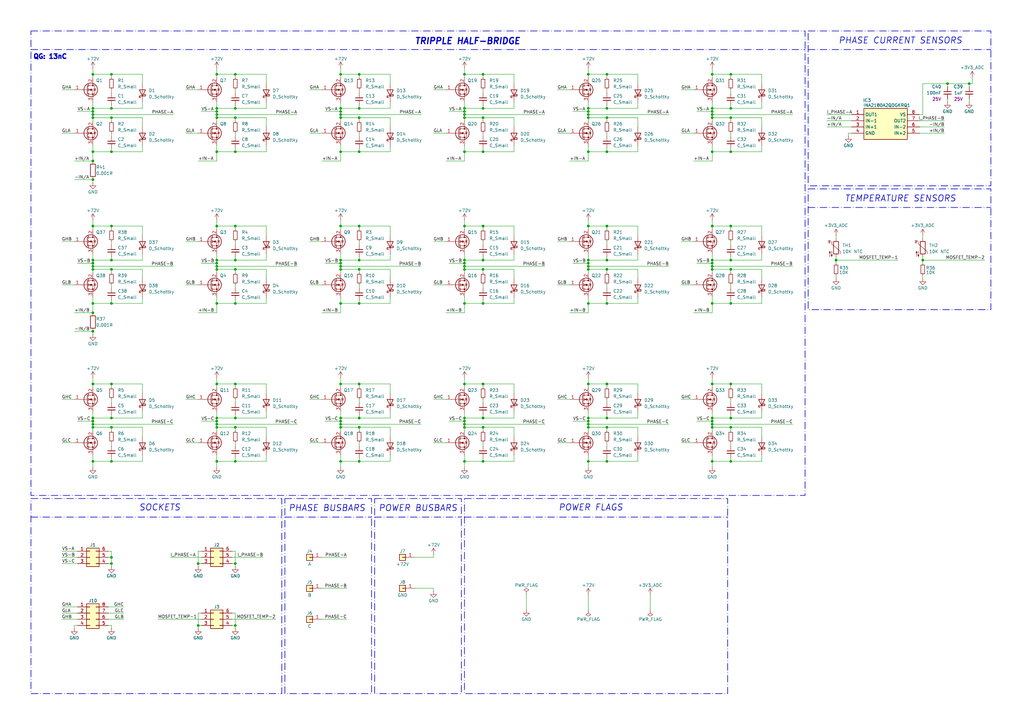
<source format=kicad_sch>
(kicad_sch (version 20231120) (generator "eeschema") (generator_version "8.0")
  (paper "A3")
  (junction (at 241.3 171.45))
  (junction (at 190.5 189.23))
  (junction (at 139.7 124.46))
  (junction (at 292.1 109.22))
  (junction (at 190.5 45.72))
  (junction (at 241.3 124.46))
  (junction (at 45.72 92.71))
  (junction (at 299.72 106.68))
  (junction (at 38.1 30.48))
  (junction (at 198.12 171.45))
  (junction (at 190.5 175.26))
  (junction (at 147.32 62.23))
  (junction (at 190.5 62.23))
  (junction (at 299.72 124.46))
  (junction (at 190.5 107.95))
  (junction (at 139.7 46.99))
  (junction (at 190.5 106.68))
  (junction (at 190.5 124.46))
  (junction (at 299.72 157.48))
  (junction (at 248.92 48.26))
  (junction (at 248.92 171.45))
  (junction (at 147.32 110.49))
  (junction (at 198.12 175.26))
  (junction (at 292.1 106.68))
  (junction (at 88.9 30.48))
  (junction (at 96.52 124.46))
  (junction (at 248.92 124.46))
  (junction (at 88.9 48.26))
  (junction (at 88.9 107.95))
  (junction (at 292.1 124.46))
  (junction (at 147.32 30.48))
  (junction (at 139.7 107.95))
  (junction (at 397.51 34.29))
  (junction (at 147.32 106.68))
  (junction (at 292.1 175.26))
  (junction (at 96.52 157.48))
  (junction (at 38.1 48.26))
  (junction (at 139.7 44.45))
  (junction (at 241.3 157.48))
  (junction (at 248.92 189.23))
  (junction (at 96.52 231.14))
  (junction (at 38.1 172.72))
  (junction (at 292.1 189.23))
  (junction (at 45.72 157.48))
  (junction (at 38.1 171.45))
  (junction (at 96.52 256.54))
  (junction (at 38.1 44.45))
  (junction (at 292.1 171.45))
  (junction (at 88.9 109.22))
  (junction (at 139.7 171.45))
  (junction (at 299.72 62.23))
  (junction (at 248.92 62.23))
  (junction (at 88.9 106.68))
  (junction (at 198.12 157.48))
  (junction (at 190.5 173.99))
  (junction (at 88.9 171.45))
  (junction (at 45.72 124.46))
  (junction (at 88.9 110.49))
  (junction (at 241.3 107.95))
  (junction (at 241.3 189.23))
  (junction (at 241.3 106.68))
  (junction (at 292.1 92.71))
  (junction (at 198.12 106.68))
  (junction (at 241.3 45.72))
  (junction (at 139.7 30.48))
  (junction (at 139.7 92.71))
  (junction (at 190.5 110.49))
  (junction (at 292.1 45.72))
  (junction (at 248.92 110.49))
  (junction (at 88.9 157.48))
  (junction (at 190.5 171.45))
  (junction (at 241.3 173.99))
  (junction (at 45.72 48.26))
  (junction (at 241.3 48.26))
  (junction (at 45.72 231.14))
  (junction (at 45.72 175.26))
  (junction (at 45.72 62.23))
  (junction (at 292.1 172.72))
  (junction (at 81.28 231.14))
  (junction (at 96.52 48.26))
  (junction (at 88.9 173.99))
  (junction (at 292.1 30.48))
  (junction (at 190.5 109.22))
  (junction (at 96.52 110.49))
  (junction (at 139.7 62.23))
  (junction (at 81.28 256.54))
  (junction (at 38.1 175.26))
  (junction (at 248.92 30.48))
  (junction (at 299.72 110.49))
  (junction (at 38.1 92.71))
  (junction (at 88.9 189.23))
  (junction (at 241.3 92.71))
  (junction (at 88.9 175.26))
  (junction (at 198.12 124.46))
  (junction (at 88.9 62.23))
  (junction (at 139.7 175.26))
  (junction (at 241.3 44.45))
  (junction (at 190.5 30.48))
  (junction (at 139.7 45.72))
  (junction (at 299.72 30.48))
  (junction (at 45.72 106.68))
  (junction (at 147.32 48.26))
  (junction (at 96.52 44.45))
  (junction (at 147.32 171.45))
  (junction (at 38.1 124.46))
  (junction (at 139.7 109.22))
  (junction (at 88.9 92.71))
  (junction (at 96.52 92.71))
  (junction (at 241.3 172.72))
  (junction (at 139.7 106.68))
  (junction (at 45.72 189.23))
  (junction (at 96.52 106.68))
  (junction (at 147.32 189.23))
  (junction (at 147.32 157.48))
  (junction (at 147.32 92.71))
  (junction (at 38.1 157.48))
  (junction (at 147.32 175.26))
  (junction (at 198.12 189.23))
  (junction (at 299.72 175.26))
  (junction (at 88.9 45.72))
  (junction (at 378.46 106.68))
  (junction (at 38.1 73.66))
  (junction (at 198.12 92.71))
  (junction (at 241.3 30.48))
  (junction (at 96.52 62.23))
  (junction (at 45.72 171.45))
  (junction (at 96.52 30.48))
  (junction (at 38.1 66.04))
  (junction (at 292.1 173.99))
  (junction (at 45.72 228.6))
  (junction (at 198.12 62.23))
  (junction (at 96.52 171.45))
  (junction (at 139.7 189.23))
  (junction (at 241.3 46.99))
  (junction (at 190.5 46.99))
  (junction (at 139.7 110.49))
  (junction (at 38.1 135.89))
  (junction (at 88.9 44.45))
  (junction (at 38.1 109.22))
  (junction (at 190.5 172.72))
  (junction (at 38.1 62.23))
  (junction (at 292.1 157.48))
  (junction (at 248.92 157.48))
  (junction (at 248.92 44.45))
  (junction (at 139.7 157.48))
  (junction (at 299.72 189.23))
  (junction (at 38.1 46.99))
  (junction (at 299.72 171.45))
  (junction (at 198.12 48.26))
  (junction (at 299.72 44.45))
  (junction (at 45.72 44.45))
  (junction (at 45.72 110.49))
  (junction (at 292.1 44.45))
  (junction (at 190.5 48.26))
  (junction (at 139.7 173.99))
  (junction (at 198.12 30.48))
  (junction (at 198.12 44.45))
  (junction (at 38.1 128.27))
  (junction (at 139.7 172.72))
  (junction (at 147.32 44.45))
  (junction (at 299.72 92.71))
  (junction (at 248.92 175.26))
  (junction (at 241.3 110.49))
  (junction (at 38.1 45.72))
  (junction (at 38.1 110.49))
  (junction (at 292.1 48.26))
  (junction (at 342.9 106.68))
  (junction (at 147.32 124.46))
  (junction (at 198.12 110.49))
  (junction (at 248.92 92.71))
  (junction (at 88.9 124.46))
  (junction (at 38.1 106.68))
  (junction (at 96.52 189.23))
  (junction (at 139.7 48.26))
  (junction (at 88.9 46.99))
  (junction (at 96.52 175.26))
  (junction (at 190.5 157.48))
  (junction (at 38.1 107.95))
  (junction (at 38.1 189.23))
  (junction (at 248.92 106.68))
  (junction (at 45.72 30.48))
  (junction (at 88.9 172.72))
  (junction (at 292.1 110.49))
  (junction (at 241.3 175.26))
  (junction (at 190.5 92.71))
  (junction (at 292.1 46.99))
  (junction (at 241.3 109.22))
  (junction (at 190.5 44.45))
  (junction (at 388.62 34.29))
  (junction (at 38.1 173.99))
  (junction (at 299.72 48.26))
  (junction (at 292.1 107.95))
  (junction (at 241.3 62.23))
  (junction (at 292.1 62.23))
  (wire (pts (xy 198.12 182.88) (xy 198.12 181.61)))
  (wire (pts (xy 182.88 128.27) (xy 190.5 128.27)))
  (wire (pts (xy 147.32 189.23) (xy 139.7 189.23)))
  (wire (pts (xy 198.12 43.18) (xy 198.12 44.45)))
  (wire (pts (xy 96.52 43.18) (xy 96.52 44.45)))
  (wire (pts (xy 96.52 38.1) (xy 96.52 36.83)))
  (wire (pts (xy 82.55 226.06) (xy 81.28 226.06)))
  (wire (pts (xy 88.9 176.53) (xy 88.9 175.26)))
  (wire (pts (xy 248.92 124.46) (xy 248.92 123.19)))
  (wire (pts (xy 69.85 228.6) (xy 82.55 228.6)))
  (wire (pts (xy 190.5 176.53) (xy 190.5 175.26)))
  (wire (pts (xy 261.62 189.23) (xy 248.92 189.23)))
  (wire (pts (xy 38.1 45.72) (xy 38.1 46.99)))
  (wire (pts (xy 261.62 110.49) (xy 261.62 114.3)))
  (wire (pts (xy 38.1 27.94) (xy 38.1 30.48)))
  (wire (pts (xy 109.22 175.26) (xy 96.52 175.26)))
  (wire (pts (xy 132.08 66.04) (xy 139.7 66.04)))
  (wire (pts (xy 109.22 59.69) (xy 109.22 62.23)))
  (wire (pts (xy 261.62 175.26) (xy 261.62 179.07)))
  (wire (pts (xy 299.72 189.23) (xy 299.72 187.96)))
  (wire (pts (xy 139.7 121.92) (xy 139.7 124.46)))
  (wire (pts (xy 228.6 163.83) (xy 233.68 163.83)))
  (wire (pts (xy 25.4 231.14) (xy 31.75 231.14)))
  (wire (pts (xy 190.5 121.92) (xy 190.5 124.46)))
  (wire (pts (xy 299.72 92.71) (xy 312.42 92.71)))
  (wire (pts (xy 190.5 186.69) (xy 190.5 189.23)))
  (wire (pts (xy 38.1 171.45) (xy 45.72 171.45)))
  (wire (pts (xy 147.32 111.76) (xy 147.32 110.49)))
  (wire (pts (xy 38.1 173.99) (xy 71.12 173.99)))
  (wire (pts (xy 25.4 36.83) (xy 30.48 36.83)))
  (wire (pts (xy 147.32 170.18) (xy 147.32 171.45)))
  (wire (pts (xy 81.28 66.04) (xy 88.9 66.04)))
  (wire (pts (xy 190.5 157.48) (xy 190.5 158.75)))
  (wire (pts (xy 160.02 175.26) (xy 160.02 179.07)))
  (wire (pts (xy 139.7 48.26) (xy 147.32 48.26)))
  (wire (pts (xy 45.72 165.1) (xy 45.72 163.83)))
  (polyline (pts (xy 12.7 20.32) (xy 330.2 20.32)) (stroke (width 0.254) (type dash_dot)))
  (wire (pts (xy 241.3 109.22) (xy 274.32 109.22)))
  (wire (pts (xy 45.72 226.06) (xy 45.72 228.6)))
  (wire (pts (xy 397.51 34.29) (xy 388.62 34.29)))
  (wire (pts (xy 210.82 189.23) (xy 198.12 189.23)))
  (wire (pts (xy 248.92 62.23) (xy 241.3 62.23)))
  (wire (pts (xy 241.3 168.91) (xy 241.3 171.45)))
  (wire (pts (xy 198.12 157.48) (xy 210.82 157.48)))
  (wire (pts (xy 58.42 186.69) (xy 58.42 189.23)))
  (wire (pts (xy 30.48 135.89) (xy 38.1 135.89)))
  (wire (pts (xy 127 116.84) (xy 132.08 116.84)))
  (wire (pts (xy 184.15 172.72) (xy 190.5 172.72)))
  (wire (pts (xy 279.4 181.61) (xy 284.48 181.61)))
  (wire (pts (xy 198.12 30.48) (xy 210.82 30.48)))
  (wire (pts (xy 88.9 109.22) (xy 88.9 110.49)))
  (wire (pts (xy 139.7 173.99) (xy 172.72 173.99)))
  (wire (pts (xy 81.28 251.46) (xy 81.28 256.54)))
  (wire (pts (xy 248.92 100.33) (xy 248.92 99.06)))
  (wire (pts (xy 88.9 44.45) (xy 96.52 44.45)))
  (wire (pts (xy 88.9 157.48) (xy 88.9 158.75)))
  (wire (pts (xy 45.72 257.81) (xy 45.72 256.54)))
  (wire (pts (xy 81.28 232.41) (xy 81.28 231.14)))
  (wire (pts (xy 38.1 73.66) (xy 38.1 74.93)))
  (wire (pts (xy 88.9 48.26) (xy 96.52 48.26)))
  (wire (pts (xy 139.7 27.94) (xy 139.7 30.48)))
  (wire (pts (xy 88.9 175.26) (xy 96.52 175.26)))
  (wire (pts (xy 81.28 231.14) (xy 82.55 231.14)))
  (wire (pts (xy 248.92 189.23) (xy 241.3 189.23)))
  (wire (pts (xy 58.42 175.26) (xy 45.72 175.26)))
  (wire (pts (xy 248.92 118.11) (xy 248.92 116.84)))
  (wire (pts (xy 292.1 90.17) (xy 292.1 92.71)))
  (wire (pts (xy 139.7 111.76) (xy 139.7 110.49)))
  (wire (pts (xy 190.5 173.99) (xy 190.5 175.26)))
  (wire (pts (xy 31.75 107.95) (xy 38.1 107.95)))
  (wire (pts (xy 342.9 105.41) (xy 342.9 106.68)))
  (wire (pts (xy 38.1 46.99) (xy 71.12 46.99)))
  (wire (pts (xy 38.1 49.53) (xy 38.1 48.26)))
  (wire (pts (xy 241.3 157.48) (xy 248.92 157.48)))
  (wire (pts (xy 127 163.83) (xy 132.08 163.83)))
  (wire (pts (xy 38.1 176.53) (xy 38.1 175.26)))
  (wire (pts (xy 177.8 181.61) (xy 182.88 181.61)))
  (wire (pts (xy 248.92 165.1) (xy 248.92 163.83)))
  (wire (pts (xy 190.5 46.99) (xy 223.52 46.99)))
  (wire (pts (xy 45.72 106.68) (xy 58.42 106.68)))
  (wire (pts (xy 160.02 168.91) (xy 160.02 171.45)))
  (wire (pts (xy 38.1 107.95) (xy 38.1 109.22)))
  (wire (pts (xy 96.52 106.68) (xy 109.22 106.68)))
  (wire (pts (xy 241.3 109.22) (xy 241.3 110.49)))
  (wire (pts (xy 88.9 173.99) (xy 88.9 175.26)))
  (wire (pts (xy 96.52 49.53) (xy 96.52 48.26)))
  (wire (pts (xy 190.5 41.91) (xy 190.5 44.45)))
  (wire (pts (xy 139.7 175.26) (xy 147.32 175.26)))
  (wire (pts (xy 248.92 30.48) (xy 248.92 31.75)))
  (wire (pts (xy 312.42 124.46) (xy 299.72 124.46)))
  (wire (pts (xy 95.25 228.6) (xy 107.95 228.6)))
  (wire (pts (xy 377.19 49.53) (xy 387.35 49.53)))
  (wire (pts (xy 96.52 124.46) (xy 96.52 123.19)))
  (wire (pts (xy 88.9 111.76) (xy 88.9 110.49)))
  (wire (pts (xy 147.32 92.71) (xy 160.02 92.71)))
  (wire (pts (xy 147.32 92.71) (xy 147.32 93.98)))
  (wire (pts (xy 190.5 171.45) (xy 198.12 171.45)))
  (wire (pts (xy 299.72 171.45) (xy 312.42 171.45)))
  (wire (pts (xy 88.9 173.99) (xy 121.92 173.99)))
  (wire (pts (xy 139.7 62.23) (xy 139.7 66.04)))
  (wire (pts (xy 38.1 59.69) (xy 38.1 62.23)))
  (polyline (pts (xy 190.5 212.09) (xy 298.45 212.09)) (stroke (width 0.254) (type dash_dot)))
  (wire (pts (xy 190.5 173.99) (xy 223.52 173.99)))
  (wire (pts (xy 261.62 157.48) (xy 261.62 161.29)))
  (wire (pts (xy 139.7 157.48) (xy 147.32 157.48)))
  (wire (pts (xy 377.19 52.07) (xy 387.35 52.07)))
  (wire (pts (xy 96.52 256.54) (xy 95.25 256.54)))
  (wire (pts (xy 45.72 118.11) (xy 45.72 116.84)))
  (wire (pts (xy 292.1 111.76) (xy 292.1 110.49)))
  (wire (pts (xy 241.3 30.48) (xy 248.92 30.48)))
  (wire (pts (xy 248.92 62.23) (xy 248.92 60.96)))
  (wire (pts (xy 142.24 228.6) (xy 132.08 228.6)))
  (wire (pts (xy 198.12 62.23) (xy 190.5 62.23)))
  (wire (pts (xy 190.5 107.95) (xy 190.5 109.22)))
  (wire (pts (xy 25.4 54.61) (xy 30.48 54.61)))
  (wire (pts (xy 312.42 168.91) (xy 312.42 171.45)))
  (wire (pts (xy 96.52 165.1) (xy 96.52 163.83)))
  (wire (pts (xy 88.9 104.14) (xy 88.9 106.68)))
  (wire (pts (xy 241.3 175.26) (xy 248.92 175.26)))
  (wire (pts (xy 210.82 92.71) (xy 210.82 96.52)))
  (wire (pts (xy 248.92 92.71) (xy 261.62 92.71)))
  (wire (pts (xy 109.22 121.92) (xy 109.22 124.46)))
  (wire (pts (xy 88.9 90.17) (xy 88.9 92.71)))
  (wire (pts (xy 139.7 45.72) (xy 139.7 46.99)))
  (wire (pts (xy 228.6 54.61) (xy 233.68 54.61)))
  (wire (pts (xy 292.1 109.22) (xy 292.1 110.49)))
  (wire (pts (xy 139.7 41.91) (xy 139.7 44.45)))
  (wire (pts (xy 109.22 62.23) (xy 96.52 62.23)))
  (wire (pts (xy 109.22 92.71) (xy 109.22 96.52)))
  (wire (pts (xy 190.5 110.49) (xy 198.12 110.49)))
  (wire (pts (xy 241.3 48.26) (xy 248.92 48.26)))
  (wire (pts (xy 210.82 104.14) (xy 210.82 106.68)))
  (wire (pts (xy 292.1 173.99) (xy 325.12 173.99)))
  (wire (pts (xy 139.7 154.94) (xy 139.7 157.48)))
  (wire (pts (xy 312.42 62.23) (xy 299.72 62.23)))
  (wire (pts (xy 160.02 121.92) (xy 160.02 124.46)))
  (wire (pts (xy 31.75 172.72) (xy 38.1 172.72)))
  (wire (pts (xy 160.02 41.91) (xy 160.02 44.45)))
  (wire (pts (xy 96.52 176.53) (xy 96.52 175.26)))
  (wire (pts (xy 139.7 49.53) (xy 139.7 48.26)))
  (wire (pts (xy 190.5 172.72) (xy 190.5 173.99)))
  (wire (pts (xy 190.5 90.17) (xy 190.5 92.71)))
  (wire (pts (xy 25.4 116.84) (xy 30.48 116.84)))
  (wire (pts (xy 241.3 243.84) (xy 241.3 250.19)))
  (wire (pts (xy 292.1 186.69) (xy 292.1 189.23)))
  (wire (pts (xy 139.7 157.48) (xy 139.7 158.75)))
  (wire (pts (xy 284.48 66.04) (xy 292.1 66.04)))
  (wire (pts (xy 198.12 165.1) (xy 198.12 163.83)))
  (wire (pts (xy 96.52 62.23) (xy 88.9 62.23)))
  (wire (pts (xy 299.72 124.46) (xy 299.72 123.19)))
  (wire (pts (xy 398.78 34.29) (xy 397.51 34.29)))
  (wire (pts (xy 147.32 62.23) (xy 147.32 60.96)))
  (wire (pts (xy 142.24 254) (xy 132.08 254)))
  (wire (pts (xy 96.52 251.46) (xy 96.52 256.54)))
  (wire (pts (xy 292.1 44.45) (xy 299.72 44.45)))
  (wire (pts (xy 241.3 106.68) (xy 248.92 106.68)))
  (wire (pts (xy 339.09 52.07) (xy 349.25 52.07)))
  (wire (pts (xy 44.45 226.06) (xy 45.72 226.06)))
  (wire (pts (xy 88.9 186.69) (xy 88.9 189.23)))
  (wire (pts (xy 58.42 59.69) (xy 58.42 62.23)))
  (wire (pts (xy 88.9 171.45) (xy 96.52 171.45)))
  (wire (pts (xy 210.82 48.26) (xy 210.82 52.07)))
  (wire (pts (xy 45.72 189.23) (xy 38.1 189.23)))
  (wire (pts (xy 190.5 154.94) (xy 190.5 157.48)))
  (wire (pts (xy 285.75 45.72) (xy 292.1 45.72)))
  (wire (pts (xy 38.1 175.26) (xy 45.72 175.26)))
  (wire (pts (xy 88.9 30.48) (xy 88.9 31.75)))
  (wire (pts (xy 292.1 30.48) (xy 299.72 30.48)))
  (wire (pts (xy 312.42 186.69) (xy 312.42 189.23)))
  (wire (pts (xy 38.1 171.45) (xy 38.1 172.72)))
  (wire (pts (xy 133.35 172.72) (xy 139.7 172.72)))
  (polyline (pts (xy 331.47 85.09) (xy 406.4 85.09)) (stroke (width 0.254) (type dash_dot)))
  (wire (pts (xy 241.3 173.99) (xy 274.32 173.99)))
  (wire (pts (xy 190.5 46.99) (xy 190.5 48.26)))
  (wire (pts (xy 45.72 228.6) (xy 45.72 231.14)))
  (wire (pts (xy 160.02 30.48) (xy 160.02 34.29)))
  (wire (pts (xy 147.32 30.48) (xy 160.02 30.48)))
  (wire (pts (xy 292.1 92.71) (xy 292.1 93.98)))
  (wire (pts (xy 58.42 48.26) (xy 58.42 52.07)))
  (wire (pts (xy 45.72 189.23) (xy 45.72 187.96)))
  (wire (pts (xy 190.5 171.45) (xy 190.5 172.72)))
  (wire (pts (xy 299.72 106.68) (xy 312.42 106.68)))
  (wire (pts (xy 96.52 124.46) (xy 88.9 124.46)))
  (wire (pts (xy 45.72 62.23) (xy 45.72 60.96)))
  (wire (pts (xy 96.52 55.88) (xy 96.52 54.61)))
  (wire (pts (xy 248.92 49.53) (xy 248.92 48.26)))
  (wire (pts (xy 284.48 128.27) (xy 292.1 128.27)))
  (wire (pts (xy 88.9 92.71) (xy 88.9 93.98)))
  (wire (pts (xy 292.1 49.53) (xy 292.1 48.26)))
  (wire (pts (xy 339.09 49.53) (xy 349.25 49.53)))
  (wire (pts (xy 292.1 45.72) (xy 292.1 46.99)))
  (wire (pts (xy 160.02 92.71) (xy 160.02 96.52)))
  (wire (pts (xy 261.62 62.23) (xy 248.92 62.23)))
  (wire (pts (xy 139.7 44.45) (xy 139.7 45.72)))
  (wire (pts (xy 198.12 106.68) (xy 210.82 106.68)))
  (wire (pts (xy 388.62 34.29) (xy 378.46 34.29)))
  (wire (pts (xy 241.3 44.45) (xy 248.92 44.45)))
  (wire (pts (xy 96.52 100.33) (xy 96.52 99.06)))
  (wire (pts (xy 292.1 157.48) (xy 292.1 158.75)))
  (wire (pts (xy 88.9 30.48) (xy 96.52 30.48)))
  (wire (pts (xy 139.7 171.45) (xy 139.7 172.72)))
  (wire (pts (xy 248.92 124.46) (xy 241.3 124.46)))
  (wire (pts (xy 133.35 45.72) (xy 139.7 45.72)))
  (wire (pts (xy 261.62 124.46) (xy 248.92 124.46)))
  (wire (pts (xy 182.88 66.04) (xy 190.5 66.04)))
  (wire (pts (xy 279.4 36.83) (xy 284.48 36.83)))
  (wire (pts (xy 261.62 168.91) (xy 261.62 171.45)))
  (wire (pts (xy 190.5 44.45) (xy 190.5 45.72)))
  (wire (pts (xy 88.9 27.94) (xy 88.9 30.48)))
  (wire (pts (xy 88.9 110.49) (xy 96.52 110.49)))
  (wire (pts (xy 210.82 124.46) (xy 198.12 124.46)))
  (wire (pts (xy 88.9 109.22) (xy 121.92 109.22)))
  (wire (pts (xy 88.9 107.95) (xy 88.9 109.22)))
  (wire (pts (xy 139.7 106.68) (xy 147.32 106.68)))
  (wire (pts (xy 292.1 124.46) (xy 292.1 128.27)))
  (wire (pts (xy 312.42 48.26) (xy 312.42 52.07)))
  (wire (pts (xy 190.5 175.26) (xy 198.12 175.26)))
  (wire (pts (xy 241.3 107.95) (xy 241.3 109.22)))
  (wire (pts (xy 82.55 172.72) (xy 88.9 172.72)))
  (wire (pts (xy 388.62 34.29) (xy 388.62 35.56)))
  (wire (pts (xy 139.7 90.17) (xy 139.7 92.71)))
  (wire (pts (xy 241.3 176.53) (xy 241.3 175.26)))
  (wire (pts (xy 38.1 186.69) (xy 38.1 189.23)))
  (wire (pts (xy 109.22 110.49) (xy 109.22 114.3)))
  (wire (pts (xy 210.82 59.69) (xy 210.82 62.23)))
  (wire (pts (xy 339.09 46.99) (xy 349.25 46.99)))
  (wire (pts (xy 109.22 168.91) (xy 109.22 171.45)))
  (wire (pts (xy 58.42 48.26) (xy 45.72 48.26)))
  (wire (pts (xy 96.52 30.48) (xy 96.52 31.75)))
  (wire (pts (xy 279.4 54.61) (xy 284.48 54.61)))
  (wire (pts (xy 139.7 107.95) (xy 139.7 109.22)))
  (wire (pts (xy 292.1 92.71) (xy 299.72 92.71)))
  (wire (pts (xy 261.62 110.49) (xy 248.92 110.49)))
  (wire (pts (xy 177.8 163.83) (xy 182.88 163.83)))
  (wire (pts (xy 248.92 182.88) (xy 248.92 181.61)))
  (wire (pts (xy 96.52 171.45) (xy 109.22 171.45)))
  (wire (pts (xy 82.55 251.46) (xy 81.28 251.46)))
  (wire (pts (xy 261.62 41.91) (xy 261.62 44.45)))
  (wire (pts (xy 299.72 170.18) (xy 299.72 171.45)))
  (wire (pts (xy 147.32 118.11) (xy 147.32 116.84)))
  (wire (pts (xy 312.42 157.48) (xy 312.42 161.29)))
  (wire (pts (xy 147.32 100.33) (xy 147.32 99.06)))
  (wire (pts (xy 292.1 107.95) (xy 292.1 109.22)))
  (wire (pts (xy 299.72 38.1) (xy 299.72 36.83)))
  (wire (pts (xy 248.92 176.53) (xy 248.92 175.26)))
  (wire (pts (xy 241.3 189.23) (xy 241.3 191.77)))
  (wire (pts (xy 45.72 62.23) (xy 38.1 62.23)))
  (wire (pts (xy 190.5 30.48) (xy 198.12 30.48)))
  (wire (pts (xy 299.72 165.1) (xy 299.72 163.83)))
  (wire (pts (xy 38.1 106.68) (xy 38.1 107.95)))
  (wire (pts (xy 88.9 154.94) (xy 88.9 157.48)))
  (wire (pts (xy 292.1 27.94) (xy 292.1 30.48)))
  (wire (pts (xy 88.9 106.68) (xy 96.52 106.68)))
  (wire (pts (xy 312.42 41.91) (xy 312.42 44.45)))
  (wire (pts (xy 109.22 124.46) (xy 96.52 124.46)))
  (wire (pts (xy 147.32 171.45) (xy 160.02 171.45)))
  (wire (pts (xy 38.1 44.45) (xy 45.72 44.45)))
  (wire (pts (xy 109.22 48.26) (xy 96.52 48.26)))
  (wire (pts (xy 198.12 100.33) (xy 198.12 99.06)))
  (wire (pts (xy 378.46 34.29) (xy 378.46 46.99)))
  (wire (pts (xy 96.52 92.71) (xy 109.22 92.71)))
  (wire (pts (xy 190.5 92.71) (xy 198.12 92.71)))
  (wire (pts (xy 45.72 124.46) (xy 45.72 123.19)))
  (wire (pts (xy 177.8 227.33) (xy 177.8 228.6)))
  (wire (pts (xy 38.1 106.68) (xy 45.72 106.68)))
  (wire (pts (xy 30.48 66.04) (xy 38.1 66.04)))
  (wire (pts (xy 190.5 27.94) (xy 190.5 30.48)))
  (wire (pts (xy 139.7 46.99) (xy 139.7 48.26)))
  (wire (pts (xy 210.82 168.91) (xy 210.82 171.45)))
  (wire (pts (xy 241.3 59.69) (xy 241.3 62.23)))
  (wire (pts (xy 292.1 168.91) (xy 292.1 171.45)))
  (wire (pts (xy 25.4 228.6) (xy 31.75 228.6)))
  (wire (pts (xy 160.02 62.23) (xy 147.32 62.23)))
  (wire (pts (xy 241.3 124.46) (xy 241.3 128.27)))
  (wire (pts (xy 198.12 38.1) (xy 198.12 36.83)))
  (wire (pts (xy 241.3 90.17) (xy 241.3 92.71)))
  (wire (pts (xy 139.7 92.71) (xy 139.7 93.98)))
  (wire (pts (xy 38.1 92.71) (xy 38.1 93.98)))
  (wire (pts (xy 241.3 41.91) (xy 241.3 44.45)))
  (wire (pts (xy 184.15 107.95) (xy 190.5 107.95)))
  (wire (pts (xy 139.7 59.69) (xy 139.7 62.23)))
  (wire (pts (xy 210.82 110.49) (xy 198.12 110.49)))
  (wire (pts (xy 64.77 254) (xy 82.55 254)))
  (wire (pts (xy 312.42 175.26) (xy 312.42 179.07)))
  (wire (pts (xy 109.22 48.26) (xy 109.22 52.07)))
  (wire (pts (xy 210.82 186.69) (xy 210.82 189.23)))
  (wire (pts (xy 248.92 157.48) (xy 261.62 157.48)))
  (wire (pts (xy 109.22 104.14) (xy 109.22 106.68)))
  (wire (pts (xy 312.42 110.49) (xy 299.72 110.49)))
  (wire (pts (xy 58.42 157.48) (xy 58.42 161.29)))
  (wire (pts (xy 45.72 176.53) (xy 45.72 175.26)))
  (wire (pts (xy 342.9 96.52) (xy 342.9 97.79)))
  (wire (pts (xy 160.02 157.48) (xy 160.02 161.29)))
  (wire (pts (xy 177.8 54.61) (xy 182.88 54.61)))
  (wire (pts (xy 88.9 59.69) (xy 88.9 62.23)))
  (wire (pts (xy 299.72 189.23) (xy 292.1 189.23)))
  (wire (pts (xy 38.1 121.92) (xy 38.1 124.46)))
  (wire (pts (xy 190.5 49.53) (xy 190.5 48.26)))
  (wire (pts (xy 210.82 157.48) (xy 210.82 161.29)))
  (wire (pts (xy 241.3 45.72) (xy 241.3 46.99)))
  (wire (pts (xy 299.72 124.46) (xy 292.1 124.46)))
  (wire (pts (xy 378.46 105.41) (xy 378.46 106.68)))
  (wire (pts (xy 147.32 38.1) (xy 147.32 36.83)))
  (wire (pts (xy 58.42 110.49) (xy 45.72 110.49)))
  (wire (pts (xy 261.62 104.14) (xy 261.62 106.68)))
  (wire (pts (xy 76.2 163.83) (xy 81.28 163.83)))
  (polyline (pts (xy 331.47 20.32) (xy 406.4 20.32)) (stroke (width 0.254) (type dash_dot)))
  (wire (pts (xy 45.72 171.45) (xy 58.42 171.45)))
  (wire (pts (xy 96.52 231.14) (xy 95.25 231.14)))
  (wire (pts (xy 241.3 27.94) (xy 241.3 30.48)))
  (wire (pts (xy 261.62 92.71) (xy 261.62 96.52)))
  (wire (pts (xy 88.9 45.72) (xy 88.9 46.99)))
  (wire (pts (xy 177.8 36.83) (xy 182.88 36.83)))
  (wire (pts (xy 38.1 109.22) (xy 38.1 110.49)))
  (wire (pts (xy 76.2 36.83) (xy 81.28 36.83)))
  (wire (pts (xy 38.1 92.71) (xy 45.72 92.71)))
  (wire (pts (xy 248.92 55.88) (xy 248.92 54.61)))
  (wire (pts (xy 198.12 55.88) (xy 198.12 54.61)))
  (wire (pts (xy 190.5 59.69) (xy 190.5 62.23)))
  (wire (pts (xy 160.02 110.49) (xy 160.02 114.3)))
  (wire (pts (xy 299.72 92.71) (xy 299.72 93.98)))
  (wire (pts (xy 38.1 104.14) (xy 38.1 106.68)))
  (wire (pts (xy 81.28 226.06) (xy 81.28 231.14)))
  (wire (pts (xy 38.1 44.45) (xy 38.1 45.72)))
  (wire (pts (xy 292.1 46.99) (xy 325.12 46.99)))
  (wire (pts (xy 261.62 186.69) (xy 261.62 189.23)))
  (wire (pts (xy 292.1 62.23) (xy 292.1 66.04)))
  (wire (pts (xy 292.1 175.26) (xy 299.72 175.26)))
  (wire (pts (xy 248.92 170.18) (xy 248.92 171.45)))
  (wire (pts (xy 261.62 121.92) (xy 261.62 124.46)))
  (wire (pts (xy 292.1 172.72) (xy 292.1 173.99)))
  (wire (pts (xy 38.1 135.89) (xy 38.1 137.16)))
  (wire (pts (xy 127 54.61) (xy 132.08 54.61)))
  (wire (pts (xy 45.72 43.18) (xy 45.72 44.45)))
  (wire (pts (xy 38.1 30.48) (xy 38.1 31.75)))
  (wire (pts (xy 378.46 46.99) (xy 377.19 46.99)))
  (wire (pts (xy 88.9 172.72) (xy 88.9 173.99)))
  (wire (pts (xy 177.8 228.6) (xy 170.18 228.6)))
  (wire (pts (xy 139.7 124.46) (xy 139.7 128.27)))
  (wire (pts (xy 44.45 248.92) (xy 50.8 248.92)))
  (wire (pts (xy 228.6 36.83) (xy 233.68 36.83)))
  (wire (pts (xy 139.7 176.53) (xy 139.7 175.26)))
  (wire (pts (xy 248.92 106.68) (xy 261.62 106.68)))
  (wire (pts (xy 30.48 256.54) (xy 31.75 256.54)))
  (wire (pts (xy 45.72 55.88) (xy 45.72 54.61)))
  (wire (pts (xy 38.1 154.94) (xy 38.1 157.48)))
  (wire (pts (xy 292.1 44.45) (xy 292.1 45.72)))
  (wire (pts (xy 312.42 59.69) (xy 312.42 62.23)))
  (wire (pts (xy 248.92 43.18) (xy 248.92 44.45)))
  (wire (pts (xy 30.48 128.27) (xy 38.1 128.27)))
  (wire (pts (xy 234.95 45.72) (xy 241.3 45.72)))
  (wire (pts (xy 38.1 48.26) (xy 45.72 48.26)))
  (wire (pts (xy 139.7 46.99) (xy 172.72 46.99)))
  (wire (pts (xy 31.75 251.46) (xy 25.4 251.46)))
  (wire (pts (xy 312.42 30.48) (xy 312.42 34.29)))
  (wire (pts (xy 113.03 254) (xy 95.25 254)))
  (wire (pts (xy 299.72 176.53) (xy 299.72 175.26)))
  (wire (pts (xy 96.52 157.48) (xy 96.52 158.75)))
  (wire (pts (xy 342.9 113.03) (xy 342.9 114.3)))
  (wire (pts (xy 45.72 30.48) (xy 58.42 30.48)))
  (wire (pts (xy 31.75 45.72) (xy 38.1 45.72)))
  (wire (pts (xy 342.9 106.68) (xy 368.3 106.68)))
  (wire (pts (xy 88.9 168.91) (xy 88.9 171.45)))
  (wire (pts (xy 378.46 106.68) (xy 403.86 106.68)))
  (wire (pts (xy 198.12 105.41) (xy 198.12 106.68)))
  (polyline (pts (xy 116.84 212.09) (xy 152.4 212.09)) (stroke (width 0.254) (type dash_dot)))
  (wire (pts (xy 96.52 189.23) (xy 88.9 189.23)))
  (wire (pts (xy 147.32 165.1) (xy 147.32 163.83)))
  (wire (pts (xy 38.1 172.72) (xy 38.1 173.99)))
  (wire (pts (xy 58.42 104.14) (xy 58.42 106.68)))
  (wire (pts (xy 299.72 44.45) (xy 312.42 44.45)))
  (wire (pts (xy 190.5 92.71) (xy 190.5 93.98)))
  (wire (pts (xy 38.1 41.91) (xy 38.1 44.45)))
  (wire (pts (xy 241.3 173.99) (xy 241.3 175.26)))
  (wire (pts (xy 248.92 157.48) (xy 248.92 158.75)))
  (wire (pts (xy 109.22 157.48) (xy 109.22 161.29)))
  (wire (pts (xy 292.1 30.48) (xy 292.1 31.75)))
  (wire (pts (xy 147.32 124.46) (xy 139.7 124.46)))
  (wire (pts (xy 241.3 49.53) (xy 241.3 48.26)))
  (wire (pts (xy 190.5 48.26) (xy 198.12 48.26)))
  (wire (pts (xy 109.22 189.23) (xy 96.52 189.23)))
  (wire (pts (xy 88.9 189.23) (xy 88.9 191.77)))
  (wire (pts (xy 160.02 186.69) (xy 160.02 189.23)))
  (wire (pts (xy 190.5 189.23) (xy 190.5 191.77)))
  (wire (pts (xy 45.72 124.46) (xy 38.1 124.46)))
  (wire (pts (xy 241.3 157.48) (xy 241.3 158.75)))
  (wire (pts (xy 299.72 43.18) (xy 299.72 44.45)))
  (wire (pts (xy 248.92 189.23) (xy 248.92 187.96)))
  (wire (pts (xy 228.6 181.61) (xy 233.68 181.61)))
  (wire (pts (xy 292.1 154.94) (xy 292.1 157.48)))
  (wire (pts (xy 88.9 157.48) (xy 96.52 157.48)))
  (wire (pts (xy 248.92 30.48) (xy 261.62 30.48)))
  (wire (pts (xy 299.72 157.48) (xy 299.72 158.75)))
  (wire (pts (xy 160.02 124.46) (xy 147.32 124.46)))
  (wire (pts (xy 45.72 228.6) (xy 44.45 228.6)))
  (wire (pts (xy 299.72 182.88) (xy 299.72 181.61)))
  (wire (pts (xy 30.48 73.66) (xy 38.1 73.66)))
  (wire (pts (xy 109.22 110.49) (xy 96.52 110.49)))
  (wire (pts (xy 45.72 92.71) (xy 58.42 92.71)))
  (wire (pts (xy 241.3 121.92) (xy 241.3 124.46)))
  (wire (pts (xy 292.1 173.99) (xy 292.1 175.26)))
  (wire (pts (xy 177.8 99.06) (xy 182.88 99.06)))
  (wire (pts (xy 292.1 157.48) (xy 299.72 157.48)))
  (wire (pts (xy 292.1 46.99) (xy 292.1 48.26)))
  (wire (pts (xy 38.1 168.91) (xy 38.1 171.45)))
  (wire (pts (xy 139.7 109.22) (xy 139.7 110.49)))
  (wire (pts (xy 139.7 109.22) (xy 172.72 109.22)))
  (wire (pts (xy 88.9 44.45) (xy 88.9 45.72)))
  (wire (pts (xy 45.72 232.41) (xy 45.72 231.14)))
  (wire (pts (xy 190.5 157.48) (xy 198.12 157.48)))
  (wire (pts (xy 25.4 99.06) (xy 30.48 99.06)))
  (wire (pts (xy 210.82 110.49) (xy 210.82 114.3)))
  (wire (pts (xy 45.72 92.71) (xy 45.72 93.98)))
  (wire (pts (xy 190.5 62.23) (xy 190.5 66.04)))
  (wire (pts (xy 147.32 106.68) (xy 160.02 106.68)))
  (wire (pts (xy 292.1 41.91) (xy 292.1 44.45)))
  (wire (pts (xy 96.52 170.18) (xy 96.52 171.45)))
  (wire (pts (xy 177.8 116.84) (xy 182.88 116.84)))
  (wire (pts (xy 96.52 232.41) (xy 96.52 231.14)))
  (wire (pts (xy 132.08 128.27) (xy 139.7 128.27)))
  (wire (pts (xy 198.12 176.53) (xy 198.12 175.26)))
  (wire (pts (xy 279.4 99.06) (xy 284.48 99.06)))
  (wire (pts (xy 58.42 189.23) (xy 45.72 189.23)))
  (wire (pts (xy 241.3 46.99) (xy 274.32 46.99)))
  (wire (pts (xy 45.72 182.88) (xy 45.72 181.61)))
  (wire (pts (xy 228.6 116.84) (xy 233.68 116.84)))
  (wire (pts (xy 25.4 163.83) (xy 30.48 163.83)))
  (wire (pts (xy 25.4 181.61) (xy 30.48 181.61)))
  (wire (pts (xy 198.12 111.76) (xy 198.12 110.49)))
  (wire (pts (xy 38.1 110.49) (xy 45.72 110.49)))
  (wire (pts (xy 279.4 116.84) (xy 284.48 116.84)))
  (wire (pts (xy 292.1 109.22) (xy 325.12 109.22)))
  (wire (pts (xy 241.3 92.71) (xy 241.3 93.98)))
  (wire (pts (xy 397.51 40.64) (xy 397.51 41.91)))
  (wire (pts (xy 147.32 176.53) (xy 147.32 175.26)))
  (wire (pts (xy 233.68 128.27) (xy 241.3 128.27)))
  (wire (pts (xy 377.19 54.61) (xy 387.35 54.61)))
  (wire (pts (xy 160.02 104.14) (xy 160.02 106.68)))
  (wire (pts (xy 292.1 121.92) (xy 292.1 124.46)))
  (wire (pts (xy 190.5 45.72) (xy 190.5 46.99)))
  (wire (pts (xy 177.8 242.57) (xy 177.8 241.3)))
  (wire (pts (xy 397.51 34.29) (xy 397.51 35.56)))
  (wire (pts (xy 25.4 226.06) (xy 31.75 226.06)))
  (wire (pts (xy 82.55 45.72) (xy 88.9 45.72)))
  (wire (pts (xy 299.72 30.48) (xy 299.72 31.75)))
  (wire (pts (xy 88.9 171.45) (xy 88.9 172.72)))
  (wire (pts (xy 160.02 175.26) (xy 147.32 175.26)))
  (wire (pts (xy 248.92 44.45) (xy 261.62 44.45)))
  (wire (pts (xy 198.12 157.48) (xy 198.12 158.75)))
  (wire (pts (xy 139.7 92.71) (xy 147.32 92.71)))
  (wire (pts (xy 139.7 173.99) (xy 139.7 175.26)))
  (wire (pts (xy 378.46 113.03) (xy 378.46 114.3)))
  (wire (pts (xy 198.12 124.46) (xy 198.12 123.19)))
  (wire (pts (xy 147.32 55.88) (xy 147.32 54.61)))
  (wire (pts (xy 398.78 34.29) (xy 398.78 31.75)))
  (wire (pts (xy 96.52 226.06) (xy 96.52 231.14)))
  (wire (pts (xy 95.25 251.46) (xy 96.52 251.46)))
  (wire (pts (xy 96.52 30.48) (xy 109.22 30.48)))
  (wire (pts (xy 292.1 106.68) (xy 292.1 107.95)))
  (wire (pts (xy 88.9 92.71) (xy 96.52 92.71)))
  (wire (pts (xy 241.3 46.99) (xy 241.3 48.26)))
  (wire (pts (xy 109.22 175.26) (xy 109.22 179.07)))
  (wire (pts (xy 96.52 189.23) (xy 96.52 187.96)))
  (wire (pts (xy 38.1 111.76) (xy 38.1 110.49)))
  (wire (pts (xy 142.24 241.3) (xy 132.08 241.3)))
  (wire (pts (xy 139.7 104.14) (xy 139.7 106.68)))
  (wire (pts (xy 88.9 121.92) (xy 88.9 124.46)))
  (wire (pts (xy 81.28 257.81) (xy 81.28 256.54)))
  (wire (pts (xy 198.12 189.23) (xy 198.12 187.96)))
  (wire (pts (xy 88.9 46.99) (xy 88.9 48.26)))
  (wire (pts (xy 378.46 96.52) (xy 378.46 97.79)))
  (wire (pts (xy 109.22 186.69) (xy 109.22 189.23)))
  (wire (pts (xy 299.72 118.11) (xy 299.72 116.84)))
  (wire (pts (xy 292.1 106.68) (xy 299.72 106.68)))
  (wire (pts (xy 248.92 105.41) (xy 248.92 106.68)))
  (wire (pts (xy 44.45 254) (xy 50.8 254)))
  (wire (pts (xy 88.9 49.53) (xy 88.9 48.26)))
  (wire (pts (xy 299.72 62.23) (xy 299.72 60.96)))
  (wire (pts (xy 210.82 175.26) (xy 198.12 175.26)))
  (wire (pts (xy 58.42 175.26) (xy 58.42 179.07)))
  (wire (pts (xy 198.12 30.48) (xy 198.12 31.75)))
  (wire (pts (xy 190.5 109.22) (xy 190.5 110.49)))
  (wire (pts (xy 147.32 43.18) (xy 147.32 44.45)))
  (wire (pts (xy 198.12 62.23) (xy 198.12 60.96)))
  (wire (pts (xy 241.3 111.76) (xy 241.3 110.49)))
  (wire (pts (xy 210.82 62.23) (xy 198.12 62.23)))
  (wire (pts (xy 88.9 106.68) (xy 88.9 107.95)))
  (wire (pts (xy 45.72 157.48) (xy 45.72 158.75)))
  (wire (pts (xy 160.02 59.69) (xy 160.02 62.23)))
  (wire (pts (xy 241.3 110.49) (xy 248.92 110.49)))
  (wire (pts (xy 248.92 38.1) (xy 248.92 36.83)))
  (wire (pts (xy 241.3 104.14) (xy 241.3 106.68)))
  (wire (pts (xy 228.6 99.06) (xy 233.68 99.06)))
  (wire (pts (xy 285.75 107.95) (xy 292.1 107.95)))
  (wire (pts (xy 45.72 44.45) (xy 58.42 44.45)))
  (wire (pts (xy 58.42 110.49) (xy 58.42 114.3)))
  (wire (pts (xy 261.62 30.48) (xy 261.62 34.29)))
  (wire (pts (xy 38.1 30.48) (xy 45.72 30.48)))
  (wire (pts (xy 388.62 40.64) (xy 388.62 41.91)))
  (wire (pts (xy 45.72 30.48) (xy 45.72 31.75)))
  (wire (pts (xy 38.1 189.23) (xy 38.1 191.77)))
  (wire (pts (xy 45.72 170.18) (xy 45.72 171.45)))
  (wire (pts (xy 190.5 111.76) (xy 190.5 110.49)))
  (wire (pts (xy 198.12 189.23) (xy 190.5 189.23)))
  (wire (pts (xy 241.3 172.72) (xy 241.3 173.99)))
  (wire (pts (xy 292.1 176.53) (xy 292.1 175.26)))
  (wire (pts (xy 139.7 171.45) (xy 147.32 171.45)))
  (wire (pts (xy 210.82 48.26) (xy 198.12 48.26)))
  (wire (pts (xy 76.2 181.61) (xy 81.28 181.61)))
  (wire (pts (xy 177.8 241.3) (xy 170.18 241.3)))
  (wire (pts (xy 38.1 90.17) (xy 38.1 92.71)))
  (wire (pts (xy 198.12 171.45) (xy 210.82 171.45)))
  (wire (pts (xy 241.3 186.69) (xy 241.3 189.23)))
  (wire (pts (xy 292.1 59.69) (xy 292.1 62.23)))
  (wire (pts (xy 299.72 111.76) (xy 299.72 110.49)))
  (wire (pts (xy 127 36.83) (xy 132.08 36.83)))
  (wire (pts (xy 133.35 107.95) (xy 139.7 107.95)))
  (wire (pts (xy 44.45 251.46) (xy 50.8 251.46)))
  (wire (pts (xy 45.72 38.1) (xy 45.72 36.83)))
  (wire (pts (xy 261.62 175.26) (xy 248.92 175.26)))
  (wire (pts (xy 88.9 41.91) (xy 88.9 44.45)))
  (wire (pts (xy 109.22 41.91) (xy 109.22 44.45)))
  (wire (pts (xy 45.72 231.14) (xy 44.45 231.14)))
  (wire (pts (xy 58.42 92.71) (xy 58.42 96.52)))
  (wire (pts (xy 139.7 106.68) (xy 139.7 107.95)))
  (wire (pts (xy 210.82 121.92) (xy 210.82 124.46)))
  (wire (pts (xy 347.98 54.61) (xy 349.25 54.61)))
  (wire (pts (xy 342.9 106.68) (xy 342.9 107.95)))
  (wire (pts (xy 147.32 105.41) (xy 147.32 106.68)))
  (wire (pts (xy 58.42 168.91) (xy 58.42 171.45)))
  (wire (pts (xy 190.5 109.22) (xy 223.52 109.22)))
  (wire (pts (xy 198.12 124.46) (xy 190.5 124.46)))
  (wire (pts (xy 96.52 157.48) (xy 109.22 157.48)))
  (wire (pts (xy 58.42 30.48) (xy 58.42 34.29)))
  (wire (pts (xy 45.72 157.48) (xy 58.42 157.48)))
  (wire (pts (xy 96.52 118.11) (xy 96.52 116.84)))
  (wire (pts (xy 299.72 55.88) (xy 299.72 54.61)))
  (wire (pts (xy 96.52 105.41) (xy 96.52 106.68)))
  (wire (pts (xy 139.7 44.45) (xy 147.32 44.45)))
  (wire (pts (xy 292.1 171.45) (xy 292.1 172.72)))
  (wire (pts (xy 58.42 124.46) (xy 45.72 124.46)))
  (wire (pts (xy 58.42 121.92) (xy 58.42 124.46)))
  (wire (pts (xy 299.72 62.23) (xy 292.1 62.23)))
  (wire (pts (xy 190.5 44.45) (xy 198.12 44.45)))
  (wire (pts (xy 31.75 248.92) (xy 25.4 248.92)))
  (wire (pts (xy 45.72 256.54) (xy 44.45 256.54)))
  (wire (pts (xy 38.1 124.46) (xy 38.1 128.27)))
  (wire (pts (xy 190.5 106.68) (xy 198.12 106.68)))
  (wire (pts (xy 266.7 243.84) (xy 266.7 250.19)))
  (wire (pts (xy 198.12 170.18) (xy 198.12 171.45)))
  (wire (pts (xy 160.02 48.26) (xy 147.32 48.26)))
  (wire (pts (xy 96.52 257.81) (xy 96.52 256.54)))
  (wire (pts (xy 96.52 111.76) (xy 96.52 110.49)))
  (wire (pts (xy 81.28 128.27) (xy 88.9 128.27)))
  (wire (pts (xy 45.72 100.33) (xy 45.72 99.06)))
  (wire (pts (xy 58.42 62.23) (xy 45.72 62.23)))
  (wire (pts (xy 190.5 30.48) (xy 190.5 31.75)))
  (polyline (pts (xy 12.7 212.09) (xy 115.57 212.09)) (stroke (width 0.254) (type dash_dot)))
  (wire (pts (xy 139.7 110.49) (xy 147.32 110.49)))
  (wire (pts (xy 261.62 48.26) (xy 248.92 48.26)))
  (wire (pts (xy 147.32 189.23) (xy 147.32 187.96)))
  (wire (pts (xy 248.92 92.71) (xy 248.92 93.98)))
  (wire (pts (xy 190.5 106.68) (xy 190.5 107.95)))
  (wire (pts (xy 147.32 124.46) (xy 147.32 123.19)))
  (wire (pts (xy 299.72 30.48) (xy 312.42 30.48)))
  (wire (pts (xy 38.1 157.48) (xy 45.72 157.48)))
  (wire (pts (xy 160.02 189.23) (xy 147.32 189.23)))
  (wire (pts (xy 312.42 48.26) (xy 299.72 48.26)))
  (wire (pts (xy 82.55 107.95) (xy 88.9 107.95)))
  (wire (pts (xy 139.7 189.23) (xy 139.7 191.77)))
  (wire (pts (xy 38.1 173.99) (xy 38.1 175.26)))
  (wire (pts (xy 292.1 189.23) (xy 292.1 191.77)))
  (wire (pts (xy 234.95 172.72) (xy 241.3 172.72)))
  (wire (pts (xy 312.42 92.71) (xy 312.42 96.52)))
  (wire (pts (xy 292.1 48.26) (xy 299.72 48.26)))
  (wire (pts (xy 299.72 49.53) (xy 299.72 48.26)))
  (wire (pts (xy 190.5 124.46) (xy 190.5 128.27)))
  (wire (pts (xy 96.52 44.45) (xy 109.22 44.45)))
  (wire (pts (xy 248.92 111.76) (xy 248.92 110.49)))
  (wire (pts (xy 198.12 49.53) (xy 198.12 48.26)))
  (wire (pts (xy 38.1 62.23) (xy 38.1 66.04)))
  (wire (pts (xy 198.12 44.45) (xy 210.82 44.45)))
  (wire (pts (xy 299.72 105.41) (xy 299.72 106.68)))
  (wire (pts (xy 147.32 49.53) (xy 147.32 48.26)))
  (wire (pts (xy 160.02 110.49) (xy 147.32 110.49)))
  (wire (pts (xy 147.32 182.88) (xy 147.32 181.61)))
  (wire (pts (xy 312.42 104.14) (xy 312.42 106.68)))
  (wire (pts (xy 198.12 118.11) (xy 198.12 116.84)))
  (wire (pts (xy 88.9 124.46) (xy 88.9 128.27)))
  (wire (pts (xy 139.7 168.91) (xy 139.7 171.45)))
  (wire (pts (xy 198.12 92.71) (xy 198.12 93.98)))
  (wire (pts (xy 38.1 157.48) (xy 38.1 158.75)))
  (wire (pts (xy 312.42 175.26) (xy 299.72 175.26)))
  (wire (pts (xy 292.1 110.49) (xy 299.72 110.49)))
  (wire (pts (xy 248.92 171.45) (xy 261.62 171.45)))
  (wire (pts (xy 210.82 175.26) (xy 210.82 179.07)))
  (wire (pts (xy 30.48 257.81) (xy 30.48 256.54)))
  (wire (pts (xy 279.4 163.83) (xy 284.48 163.83)))
  (wire (pts (xy 147.32 157.48) (xy 160.02 157.48)))
  (wire (pts (xy 96.52 182.88) (xy 96.52 181.61)))
  (wire (pts (xy 139.7 172.72) (xy 139.7 173.99)))
  (wire (pts (xy 261.62 48.26) (xy 261.62 52.07)))
  (wire (pts (xy 38.1 46.99) (xy 38.1 48.26)))
  (wire (pts (xy 88.9 62.23) (xy 88.9 66.04)))
  (wire (pts (xy 241.3 44.45) (xy 241.3 45.72)))
  (wire (pts (xy 241.3 92.71) (xy 248.92 92.71)))
  (wire (pts (xy 160.02 48.26) (xy 160.02 52.07)))
  (wire (pts (xy 76.2 116.84) (xy 81.28 116.84)))
  (wire (pts (xy 233.68 66.04) (xy 241.3 66.04)))
  (wire (pts (xy 88.9 46.99) (xy 121.92 46.99)))
  (wire (pts (xy 109.22 30.48) (xy 109.22 34.29)))
  (wire (pts (xy 76.2 99.06) (xy 81.28 99.06)))
  (wire (pts (xy 95.25 226.06) (xy 96.52 226.06)))
  (wire (pts (xy 45.72 105.41) (xy 45.72 106.68)))
  (wire (pts (xy 127 181.61) (xy 132.08 181.61)))
  (wire (pts (xy 96.52 62.23) (xy 96.52 60.96)))
  (wire (pts (xy 292.1 104.14) (xy 292.1 106.68)))
  (wire (pts (xy 127 99.06) (xy 132.08 99.06)))
  (wire (pts (xy 241.3 171.45) (xy 241.3 172.72)))
  (wire (pts (xy 210.82 41.91) (xy 210.82 44.45)))
  (wire (pts (xy 190.5 168.91) (xy 190.5 171.45)))
  (wire (pts (xy 299.72 157.48) (xy 312.42 157.48)))
  (wire (pts (xy 210.82 30.48) (xy 210.82 34.29)))
  (wire (pts (xy 241.3 154.94) (xy 241.3 157.48)))
  (wire (pts (xy 139.7 30.48) (xy 147.32 30.48)))
  (wire (pts (xy 241.3 30.48) (xy 241.3 31.75)))
  (wire (pts (xy 299.72 100.33) (xy 299.72 99.06)))
  (wire (pts (xy 378.46 106.68) (xy 378.46 107.95)))
  (wire (pts (xy 58.42 41.91) (xy 58.42 44.45)))
  (wire (pts (xy 292.1 171.45) (xy 299.72 171.45)))
  (wire (pts (xy 96.52 92.71) (xy 96.52 93.98)))
  (wire (pts (xy 45.72 111.76) (xy 45.72 110.49)))
  (wire (pts (xy 241.3 171.45) (xy 248.92 171.45)))
  (wire (pts (xy 38.1 109.22) (xy 71.12 109.22)))
  (wire (pts (xy 234.95 107.95) (xy 241.3 107.95)))
  (wire (pts (xy 139.7 62.23) (xy 147.32 62.23)))
  (wire (pts (xy 261.62 59.69) (xy 261.62 62.23)))
  (wire (pts (xy 147.32 157.48) (xy 147.32 158.75)))
  (wire (pts (xy 147.32 30.48) (xy 147.32 31.75)))
  (wire (pts (xy 31.75 254) (xy 25.4 254)))
  (wire (pts (xy 139.7 30.48) (xy 139.7 31.75)))
  (wire (pts (xy 241.3 62.23) (xy 241.3 66.04)))
  (wire (pts (xy 285.75 172.72) (xy 292.1 172.72)))
  (wire (pts (xy 312.42 121.92) (xy 312.42 124.46)))
  (polyline (pts (xy 153.67 212.09) (xy 189.23 212.09)) (stroke (width 0.254) (type dash_dot)))
  (wire (pts (xy 347.98 54.61) (xy 347.98 55.88)))
  (wire (pts (xy 184.15 45.72) (xy 190.5 45.72)))
  (wire (pts (xy 312.42 110.49) (xy 312.42 114.3)))
  (wire (pts (xy 215.9 243.84) (xy 215.9 250.19)))
  (wire (pts (xy 45.72 49.53) (xy 45.72 48.26)))
  (wire (pts (xy 139.7 186.69) (xy 139.7 189.23)))
  (wire (pts (xy 147.32 44.45) (xy 160.02 44.45)))
  (wire (pts (xy 190.5 104.14) (xy 190.5 106.68)))
  (wire (pts (xy 312.42 189.23) (xy 299.72 189.23)))
  (wire (pts (xy 241.3 106.68) (xy 241.3 107.95)))
  (wire (pts (xy 76.2 54.61) (xy 81.28 54.61)))
  (wire (pts (xy 198.12 92.71) (xy 210.82 92.71)))
  (wire (pts (xy 81.28 256.54) (xy 82.55 256.54)))
  (rectangle (start 12.7 204.47) (end 115.57 284.48) (stroke (width 0.254) (type dash_dot)))
  (rectangle (start 116.84 204.47) (end 152.4 284.48) (stroke (width 0.254) (type dash_dot)))
  (rectangle (start 190.5 204.47) (end 298.45 284.48) (stroke (width 0.254) (type dash_dot)))
  (rectangle (start 331.47 77.47) (end 406.4 127) (stroke (width 0.254) (type dash_dot)))
  (rectangle (start 331.47 12.7) (end 406.4 76.2) (stroke (width 0.254) (type dash_dot)))
  (rectangle (start 12.7 12.7) (end 330.2 203.2) (stroke (width 0.254) (type dash_dot)))
  (rectangle (start 153.67 204.47) (end 189.23 284.48) (stroke (width 0.254) (type dash_dot)))
  (text "TEMPERATURE SENSORS" (at 369.316 81.534 0) (effects (font (size 2.54 2.54) (thickness 0.254) (bold yes) (italic yes))))
  (text "TRIPPLE HALF-BRIDGE" (at 191.77 17.018 0) (effects (font (size 2.54 2.54) (thickness 0.508) (bold yes) (italic yes))))
  (text "SOCKETS" (at 65.532 208.28 0) (effects (font (size 2.54 2.54) (thickness 0.254) (bold yes) (italic yes))))
  (text "QG: 13nC" (at 20.574 23.368 0) (effects (font (size 1.905 1.905) (thickness 0.508) (bold yes))))
  (text "PHASE BUSBARS" (at 134.112 208.534 0) (effects (font (size 2.54 2.54) (thickness 0.254) (bold yes) (italic yes))))
  (text "PHASE CURRENT SENSORS" (at 369.316 16.764 0) (effects (font (size 2.54 2.54) (thickness 0.254) (bold yes) (italic yes))))
  (text "POWER BUSBARS" (at 171.45 208.534 0) (effects (font (size 2.54 2.54) (thickness 0.254) (bold yes) (italic yes))))
  (text "POWER FLAGS" (at 242.316 208.28 0) (effects (font (size 2.54 2.54) (thickness 0.254) (bold yes) (italic yes))))
  (label "GLB" (at 127 116.84 0))
  (label "GLB" (at 177.8 116.84 0))
  (label "MOSFET_TEMP-2" (at 403.86 106.68 180))
  (label "GHA" (at 177.8 36.83 0))
  (label "VS-B" (at 184.15 107.95 0))
  (label "-IN{slash}B" (at 30.48 135.89 0))
  (label "GHB" (at 25.4 254 0))
  (label "VS-A" (at 184.15 45.72 0))
  (label "VS-C" (at 234.95 172.72 0))
  (label "VS-B" (at 234.95 107.95 0))
  (label "VS-B" (at 31.75 107.95 0))
  (label "+IN-A" (at 81.28 66.04 0))
  (label "+IN-B" (at 81.28 128.27 0))
  (label "I_PHASE-B" (at 387.35 49.53 180))
  (label "PHASE-C" (at 223.52 173.99 180))
  (label "GHC" (at 228.6 163.83 0))
  (label "+IN{slash}B" (at 30.48 128.27 0))
  (label "PHASE-C" (at 172.72 173.99 180))
  (label "GLA" (at 127 54.61 0))
  (label "MOSFET_TEMP-2" (at 113.03 254 180))
  (label "PHASE-A" (at 71.12 46.99 180))
  (label "VS-A" (at 25.4 226.06 0))
  (label "PHASE-B" (at 325.12 109.22 180))
  (label "GLA" (at 25.4 251.46 0))
  (label "PHASE-A" (at 172.72 46.99 180))
  (label "GLC" (at 177.8 181.61 0))
  (label "GHB" (at 25.4 99.06 0))
  (label "VS-A" (at 133.35 45.72 0))
  (label "GLA" (at 76.2 54.61 0))
  (label "GHB" (at 76.2 99.06 0))
  (label "VS-B" (at 133.35 107.95 0))
  (label "+IN{slash}A" (at 339.09 52.07 0))
  (label "GHC" (at 279.4 163.83 0))
  (label "+IN-B" (at 182.88 128.27 0))
  (label "GLB" (at 50.8 254 180))
  (label "GHA" (at 228.6 36.83 0))
  (label "GLA" (at 177.8 54.61 0))
  (label "GLB" (at 25.4 116.84 0))
  (label "PHASE-B" (at 142.24 241.3 180))
  (label "+IN-A" (at 132.08 66.04 0))
  (label "GHC" (at 25.4 163.83 0))
  (label "VS-C" (at 31.75 172.72 0))
  (label "VS-B" (at 82.55 107.95 0))
  (label "PHASE-C" (at 121.92 173.99 180))
  (label "VS-C" (at 25.4 231.14 0))
  (label "VS-A" (at 234.95 45.72 0))
  (label "GLB" (at 279.4 116.84 0))
  (label "GLC" (at 50.8 251.46 180))
  (label "GHB" (at 279.4 99.06 0))
  (label "-IN{slash}B" (at 387.35 52.07 180))
  (label "PHASE-A" (at 325.12 46.99 180))
  (label "PHASE-C" (at 142.24 254 180))
  (label "GLC" (at 76.2 181.61 0))
  (label "GLA" (at 228.6 54.61 0))
  (label "I_PHASE-A" (at 69.85 228.6 0))
  (label "VS-C" (at 82.55 172.72 0))
  (label "GHA" (at 25.4 36.83 0))
  (label "GHC" (at 127 163.83 0))
  (label "PHASE-B" (at 274.32 109.22 180))
  (label "+IN-B" (at 284.48 128.27 0))
  (label "GHB" (at 177.8 99.06 0))
  (label "GLB" (at 228.6 116.84 0))
  (label "+IN{slash}A" (at 30.48 66.04 0))
  (label "MOSFET_TEMP-1" (at 368.3 106.68 180))
  (label "GLC" (at 127 181.61 0))
  (label "GHA" (at 25.4 248.92 0))
  (label "-IN{slash}A" (at 339.09 49.53 0))
  (label "+IN{slash}B" (at 387.35 54.61 180))
  (label "GHA" (at 76.2 36.83 0))
  (label "I_PHASE-B" (at 107.95 228.6 180))
  (label "GHB" (at 127 99.06 0))
  (label "PHASE-C" (at 274.32 173.99 180))
  (label "+IN-B" (at 132.08 128.27 0))
  (label "GHC" (at 50.8 248.92 180))
  (label "VS-C" (at 285.75 172.72 0))
  (label "VS-C" (at 184.15 172.72 0))
  (label "VS-C" (at 133.35 172.72 0))
  (label "GLC" (at 228.6 181.61 0))
  (label "PHASE-B" (at 223.52 109.22 180))
  (label "PHASE-C" (at 325.12 173.99 180))
  (label "PHASE-B" (at 172.72 109.22 180))
  (label "-IN{slash}A" (at 30.48 73.66 0))
  (label "+IN-A" (at 233.68 66.04 0))
  (label "VS-B" (at 285.75 107.95 0))
  (label "+IN-B" (at 233.68 128.27 0))
  (label "PHASE-A" (at 121.92 46.99 180))
  (label "PHASE-B" (at 121.92 109.22 180))
  (label "GLB" (at 76.2 116.84 0))
  (label "PHASE-A" (at 274.32 46.99 180))
  (label "GHA" (at 127 36.83 0))
  (label "I_PHASE-A" (at 339.09 46.99 0))
  (label "GLA" (at 25.4 54.61 0))
  (label "PHASE-A" (at 223.52 46.99 180))
  (label "GHB" (at 228.6 99.06 0))
  (label "GLC" (at 279.4 181.61 0))
  (label "VS-A" (at 82.55 45.72 0))
  (label "GHA" (at 279.4 36.83 0))
  (label "VS-A" (at 31.75 45.72 0))
  (label "MOSFET_TEMP-1" (at 64.77 254 0))
  (label "GHC" (at 177.8 163.83 0))
  (label "GLC" (at 25.4 181.61 0))
  (label "VS-A" (at 285.75 45.72 0))
  (label "+IN-A" (at 182.88 66.04 0))
  (label "PHASE-C" (at 71.12 173.99 180))
  (label "VS-B" (at 25.4 228.6 0))
  (label "PHASE-B" (at 71.12 109.22 180))
  (label "+IN-A" (at 284.48 66.04 0))
  (label "PHASE-A" (at 142.24 228.6 180))
  (label "GLA" (at 279.4 54.61 0))
  (label "GHC" (at 76.2 163.83 0))
  (symbol (lib_id "power:GND") (at 241.3 191.77 0) (unit 1)
    (property "Reference" "#PWR032" (effects (hide yes)))
    (property "Value" "GND" (at 241.3 195.58 0))
    (property "Description" "Power symbol creates a global label with name \"GND\" , ground" (effects (hide yes)))
  )
  (symbol (lib_id "power:+BATT") (at 38.1 90.17 0) (unit 1)
    (property "Reference" "#PWR01" (effects (hide yes)))
    (property "Value" "+72V" (at 38.1 86.36 0))
    (property "Description" "Power symbol creates a global label with name \"+BATT\"" (effects (hide yes)))
  )
  (symbol (lib_id "Device:C_Small") (at 388.62 38.1 0) (mirror y) (unit 1)
    (property "Reference" "C40" (at 386.08 35.56 0) (effects (justify left)))
    (property "Value" "100nF" (at 386.08 38.1 0) (effects (justify left)))
    (property "Footprint" "Capacitor_SMD:C_0603_1608Metric" (effects (hide yes)))
    (property "Description" "Unpolarized capacitor, small symbol" (effects (hide yes)))
    (property "Link" "https://ozdisan.com/pasif-komponentler/kapasitorler/smt-smd-ve-mlcc-kapasitorler/MCF03KTB250104/1057180" (effects (hide yes)))
    (property "Mfr.No" "MCF03KTB250104" (effects (hide yes)))
    (property "Voltage" "25V" (at 386.08 40.64 0) (effects (justify left)))
  )
  (symbol (lib_id "Device:R_Small") (at 198.12 96.52 0) (unit 1)
    (property "Reference" "R15" (at 200.66 95.2499 0) (effects (justify left)))
    (property "Value" "R_Small" (at 200.66 97.7899 0) (effects (justify left)))
    (property "Footprint" "Resistor_SMD:R_1206_3216Metric" (effects (hide yes)))
    (property "Description" "Resistor, small symbol" (effects (hide yes)))
  )
  (symbol (lib_id "Device:D_Schottky") (at 312.42 165.1 90) (unit 1)
    (property "Reference" "D33" (at 314.96 164.1474 90) (effects (justify right)))
    (property "Value" "D_Schottky" (at 314.96 166.6874 90) (effects (justify right)))
    (property "Footprint" "Diode_SMD:D_MicroSMP_AK" (effects (hide yes)))
    (property "Description" "Schottky diode" (effects (hide yes)))
    (property "Link" "https://www.mouser.com.tr/ProductDetail/Vishay-General-Semiconductor/V1PM15-M3-H?qs=%252BdQmOuGyFcHNPmRG94B76g%3D%3D" (effects (hide yes)))
    (property "Mfr.No" "V1PM15-M3/H" (effects (hide yes)))
  )
  (symbol (lib_id "Device:R_Small") (at 342.9 110.49 0) (unit 1)
    (property "Reference" "R35" (at 344.17 109.855 0) (effects (justify left)))
    (property "Value" "10K" (at 344.17 111.76 0) (effects (justify left)))
    (property "Footprint" "Resistor_SMD:R_0805_2012Metric" (effects (hide yes)))
    (property "Description" "Resistor, small symbol" (effects (hide yes)))
  )
  (symbol (lib_id "Device:C_Small") (at 45.72 167.64 0) (unit 1)
    (property "Reference" "C5" (at 48.26 166.3762 0) (effects (justify left)))
    (property "Value" "C_Small" (at 48.26 168.9162 0) (effects (justify left)))
    (property "Footprint" "Capacitor_SMD:C_1206_3216Metric" (effects (hide yes)))
    (property "Description" "Unpolarized capacitor, small symbol" (effects (hide yes)))
  )
  (symbol (lib_id "Device:Q_NMOS_GDS") (at 137.16 181.61 0) (unit 1)
    (property "Reference" "Q18" (at 140.97 177.8 0) (effects (justify left)))
    (property "Value" "PXN020-100QSJ" (effects (hide yes)))
    (property "Footprint" "My_Footprint_Lib:MLPAK33" (effects (hide yes)))
    (property "Datasheet" "https://assets.nexperia.com/documents/data-sheet/PXN020-100QS.pdf" (effects (hide yes)))
    (property "Description" "N-MOSFET transistor, gate/drain/source" (effects (hide yes)))
    (property "Link" "https://www.mouser.com.tr/ProductDetail/Nexperia/PXN020-100QSJ?qs=ST9lo4GX8V0lX5WEJbGBnw%3D%3D" (effects (hide yes)))
    (property "Mfr.No" "PXN020-100QSJ" (effects (hide yes)))
  )
  (symbol (lib_id "Device:C_Small") (at 198.12 185.42 0) (unit 1)
    (property "Reference" "C24" (at 200.66 184.1562 0) (effects (justify left)))
    (property "Value" "C_Small" (at 200.66 186.6962 0) (effects (justify left)))
    (property "Footprint" "Capacitor_SMD:C_1206_3216Metric" (effects (hide yes)))
    (property "Description" "Unpolarized capacitor, small symbol" (effects (hide yes)))
  )
  (symbol (lib_id "Device:C_Small") (at 96.52 40.64 0) (unit 1)
    (property "Reference" "C7" (at 99.06 39.3762 0) (effects (justify left)))
    (property "Value" "C_Small" (at 99.06 41.9162 0) (effects (justify left)))
    (property "Footprint" "Capacitor_SMD:C_1206_3216Metric" (effects (hide yes)))
    (property "Description" "Unpolarized capacitor, small symbol" (effects (hide yes)))
  )
  (symbol (lib_id "Connector_Generic:Conn_02x04_Counter_Clockwise") (at 36.83 251.46 0) (unit 1)
    (property "Reference" "J10" (at 38.1 246.38 0))
    (property "Value" "Conn_02x04_Counter_Clockwise" (effects (hide yes)))
    (property "Footprint" "Connector_PinSocket_2.54mm:PinSocket_2x04_P2.54mm_Vertical_SMD" (effects (hide yes)))
    (property "Description" "Generic connector, double row, 02x04, counter clockwise pin numbering scheme (similar to DIP package numbering), script generated (kicad-library-utils/schlib/autogen/connector/)" (effects (hide yes)))
  )
  (symbol (lib_id "Device:Q_NMOS_GDS") (at 137.16 54.61 0) (unit 1)
    (property "Reference" "Q14" (at 140.97 50.8 0) (effects (justify left)))
    (property "Value" "PXN020-100QSJ" (effects (hide yes)))
    (property "Footprint" "My_Footprint_Lib:MLPAK33" (effects (hide yes)))
    (property "Datasheet" "https://assets.nexperia.com/documents/data-sheet/PXN020-100QS.pdf" (effects (hide yes)))
    (property "Description" "N-MOSFET transistor, gate/drain/source" (effects (hide yes)))
    (property "Link" "https://www.mouser.com.tr/ProductDetail/Nexperia/PXN020-100QSJ?qs=ST9lo4GX8V0lX5WEJbGBnw%3D%3D" (effects (hide yes)))
    (property "Mfr.No" "PXN020-100QSJ" (effects (hide yes)))
  )
  (symbol (lib_id "Device:C_Small") (at 45.72 120.65 0) (unit 1)
    (property "Reference" "C38" (at 48.26 119.3862 0) (effects (justify left)))
    (property "Value" "C_Small" (at 48.26 121.9262 0) (effects (justify left)))
    (property "Footprint" "Capacitor_SMD:C_1206_3216Metric" (effects (hide yes)))
    (property "Description" "Unpolarized capacitor, small symbol" (effects (hide yes)))
  )
  (symbol (lib_id "Device:D_Schottky") (at 109.22 182.88 90) (unit 1)
    (property "Reference" "D12" (at 111.76 181.9274 90) (effects (justify right)))
    (property "Value" "D_Schottky" (at 111.76 184.4674 90) (effects (justify right)))
    (property "Footprint" "Diode_SMD:D_MicroSMP_AK" (effects (hide yes)))
    (property "Description" "Schottky diode" (effects (hide yes)))
    (property "Link" "https://www.mouser.com.tr/ProductDetail/Vishay-General-Semiconductor/V1PM15-M3-H?qs=%252BdQmOuGyFcHNPmRG94B76g%3D%3D" (effects (hide yes)))
    (property "Mfr.No" "V1PM15-M3/H" (effects (hide yes)))
  )
  (symbol (lib_id "Device:R_Small") (at 96.52 114.3 0) (unit 1)
    (property "Reference" "R9" (at 99.06 113.0299 0) (effects (justify left)))
    (property "Value" "R_Small" (at 99.06 115.5699 0) (effects (justify left)))
    (property "Footprint" "Resistor_SMD:R_1206_3216Metric" (effects (hide yes)))
    (property "Description" "Resistor, small symbol" (effects (hide yes)))
  )
  (symbol (lib_id "Device:Q_NMOS_GDS") (at 86.36 181.61 0) (unit 1)
    (property "Reference" "Q12" (at 90.17 177.8 0) (effects (justify left)))
    (property "Value" "PXN020-100QSJ" (effects (hide yes)))
    (property "Footprint" "My_Footprint_Lib:MLPAK33" (effects (hide yes)))
    (property "Datasheet" "https://assets.nexperia.com/documents/data-sheet/PXN020-100QS.pdf" (effects (hide yes)))
    (property "Description" "N-MOSFET transistor, gate/drain/source" (effects (hide yes)))
    (property "Link" "https://www.mouser.com.tr/ProductDetail/Nexperia/PXN020-100QSJ?qs=ST9lo4GX8V0lX5WEJbGBnw%3D%3D" (effects (hide yes)))
    (property "Mfr.No" "PXN020-100QSJ" (effects (hide yes)))
  )
  (symbol (lib_id "Device:Q_NMOS_GDS") (at 289.56 116.84 0) (unit 1)
    (property "Reference" "Q28" (at 293.37 113.03 0) (effects (justify left)))
    (property "Value" "PXN020-100QSJ" (effects (hide yes)))
    (property "Footprint" "My_Footprint_Lib:MLPAK33" (effects (hide yes)))
    (property "Datasheet" "https://assets.nexperia.com/documents/data-sheet/PXN020-100QS.pdf" (effects (hide yes)))
    (property "Description" "N-MOSFET transistor, gate/drain/source" (effects (hide yes)))
    (property "Link" "https://www.mouser.com.tr/ProductDetail/Nexperia/PXN020-100QSJ?qs=ST9lo4GX8V0lX5WEJbGBnw%3D%3D" (effects (hide yes)))
    (property "Mfr.No" "PXN020-100QSJ" (effects (hide yes)))
  )
  (symbol (lib_id "power:PWR_FLAG") (at 266.7 250.19 180) (unit 1)
    (property "Reference" "#FLG03" (effects (hide yes)))
    (property "Value" "PWR_FLAG" (at 266.7 254 0))
    (property "Description" "Special symbol for telling ERC where power comes from" (effects (hide yes)))
  )
  (symbol (lib_id "Device:R_Small") (at 198.12 34.29 0) (unit 1)
    (property "Reference" "R19" (at 200.66 33.0199 0) (effects (justify left)))
    (property "Value" "R_Small" (at 200.66 35.5599 0) (effects (justify left)))
    (property "Footprint" "Resistor_SMD:R_1206_3216Metric" (effects (hide yes)))
    (property "Description" "Resistor, small symbol" (effects (hide yes)))
  )
  (symbol (lib_id "power:+5V") (at 342.9 96.52 0) (unit 1)
    (property "Reference" "#PWR040" (effects (hide yes)))
    (property "Value" "+3V3_ADC" (at 342.9 92.456 0))
    (property "Description" "Power symbol creates a global label with name \"+5V\"" (effects (hide yes)))
  )
  (symbol (lib_id "Device:C_Small") (at 198.12 40.64 0) (unit 1)
    (property "Reference" "C19" (at 200.66 39.3762 0) (effects (justify left)))
    (property "Value" "C_Small" (at 200.66 41.9162 0) (effects (justify left)))
    (property "Footprint" "Capacitor_SMD:C_1206_3216Metric" (effects (hide yes)))
    (property "Description" "Unpolarized capacitor, small symbol" (effects (hide yes)))
  )
  (symbol (lib_id "Connector_Generic:Conn_01x01") (at 165.1 241.3 0) (mirror y) (unit 1)
    (property "Reference" "J8" (at 165.1 238.76 0))
    (property "Value" "GND" (at 165.1 244.094 0))
    (property "Footprint" "TerminalBlock_Wuerth:Wuerth_REDCUBE-THR_WP-THRSH_74651195_THR" (effects (hide yes)))
    (property "Description" "Generic connector, single row, 01x01, script generated (kicad-library-utils/schlib/autogen/connector/)" (effects (hide yes)))
    (property "Link" "https://www.mouser.com.tr/ProductDetail/Wurth-Elektronik/74651195R?qs=lBTPRtX1sU%252BvmxiYHcgAuw%3D%3D" (effects (hide yes)))
    (property "Mfr.No" "74651195R" (effects (hide yes)))
  )
  (symbol (lib_id "Device:D_Schottky") (at 261.62 182.88 90) (unit 1)
    (property "Reference" "D30" (at 264.16 181.9274 90) (effects (justify right)))
    (property "Value" "D_Schottky" (at 264.16 184.4674 90) (effects (justify right)))
    (property "Footprint" "Diode_SMD:D_MicroSMP_AK" (effects (hide yes)))
    (property "Description" "Schottky diode" (effects (hide yes)))
    (property "Link" "https://www.mouser.com.tr/ProductDetail/Vishay-General-Semiconductor/V1PM15-M3-H?qs=%252BdQmOuGyFcHNPmRG94B76g%3D%3D" (effects (hide yes)))
    (property "Mfr.No" "V1PM15-M3/H" (effects (hide yes)))
  )
  (symbol (lib_id "power:GND") (at 96.52 257.81 0) (mirror y) (unit 1)
    (property "Reference" "#PWR045" (effects (hide yes)))
    (property "Value" "GND" (at 96.52 261.62 0))
    (property "Description" "Power symbol creates a global label with name \"GND\" , ground" (effects (hide yes)))
  )
  (symbol (lib_id "Device:D_Schottky") (at 160.02 55.88 90) (unit 1)
    (property "Reference" "D14" (at 162.56 54.9274 90) (effects (justify right)))
    (property "Value" "D_Schottky" (at 162.56 57.4674 90) (effects (justify right)))
    (property "Footprint" "Diode_SMD:D_MicroSMP_AK" (effects (hide yes)))
    (property "Description" "Schottky diode" (effects (hide yes)))
    (property "Link" "https://www.mouser.com.tr/ProductDetail/Vishay-General-Semiconductor/V1PM15-M3-H?qs=%252BdQmOuGyFcHNPmRG94B76g%3D%3D" (effects (hide yes)))
    (property "Mfr.No" "V1PM15-M3/H" (effects (hide yes)))
  )
  (symbol (lib_id "Device:C_Small") (at 299.72 40.64 0) (unit 1)
    (property "Reference" "C31" (at 302.26 39.3762 0) (effects (justify left)))
    (property "Value" "C_Small" (at 302.26 41.9162 0) (effects (justify left)))
    (property "Footprint" "Capacitor_SMD:C_1206_3216Metric" (effects (hide yes)))
    (property "Description" "Unpolarized capacitor, small symbol" (effects (hide yes)))
  )
  (symbol (lib_id "power:+BATT") (at 139.7 154.94 0) (unit 1)
    (property "Reference" "#PWR018" (effects (hide yes)))
    (property "Value" "+72V" (at 139.7 151.13 0))
    (property "Description" "Power symbol creates a global label with name \"+BATT\"" (effects (hide yes)))
  )
  (symbol (lib_id "Device:Q_NMOS_GDS") (at 35.56 163.83 0) (unit 1)
    (property "Reference" "Q5" (at 39.37 160.02 0) (effects (justify left)))
    (property "Value" "PXN020-100QSJ" (effects (hide yes)))
    (property "Footprint" "My_Footprint_Lib:MLPAK33" (effects (hide yes)))
    (property "Datasheet" "https://assets.nexperia.com/documents/data-sheet/PXN020-100QS.pdf" (effects (hide yes)))
    (property "Description" "N-MOSFET transistor, gate/drain/source" (effects (hide yes)))
    (property "Link" "https://www.mouser.com.tr/ProductDetail/Nexperia/PXN020-100QSJ?qs=ST9lo4GX8V0lX5WEJbGBnw%3D%3D" (effects (hide yes)))
    (property "Mfr.No" "PXN020-100QSJ" (effects (hide yes)))
  )
  (symbol (lib_id "Device:Q_NMOS_GDS") (at 289.56 54.61 0) (unit 1)
    (property "Reference" "Q32" (at 293.37 50.8 0) (effects (justify left)))
    (property "Value" "PXN020-100QSJ" (effects (hide yes)))
    (property "Footprint" "My_Footprint_Lib:MLPAK33" (effects (hide yes)))
    (property "Datasheet" "https://assets.nexperia.com/documents/data-sheet/PXN020-100QS.pdf" (effects (hide yes)))
    (property "Description" "N-MOSFET transistor, gate/drain/source" (effects (hide yes)))
    (property "Link" "https://www.mouser.com.tr/ProductDetail/Nexperia/PXN020-100QSJ?qs=ST9lo4GX8V0lX5WEJbGBnw%3D%3D" (effects (hide yes)))
    (property "Mfr.No" "PXN020-100QSJ" (effects (hide yes)))
  )
  (symbol (lib_id "power:GND") (at 177.8 242.57 0) (unit 1)
    (property "Reference" "#PWR021" (effects (hide yes)))
    (property "Value" "GND" (at 177.8 246.38 0))
    (property "Description" "Power symbol creates a global label with name \"GND\" , ground" (effects (hide yes)))
  )
  (symbol (lib_id "Device:R_Small") (at 299.72 179.07 0) (unit 1)
    (property "Reference" "R34" (at 302.26 177.7999 0) (effects (justify left)))
    (property "Value" "R_Small" (at 302.26 180.3399 0) (effects (justify left)))
    (property "Footprint" "Resistor_SMD:R_1206_3216Metric" (effects (hide yes)))
    (property "Description" "Resistor, small symbol" (effects (hide yes)))
  )
  (symbol (lib_id "Device:C_Small") (at 248.92 102.87 0) (unit 1)
    (property "Reference" "C21" (at 251.46 101.6062 0) (effects (justify left)))
    (property "Value" "C_Small" (at 251.46 104.1462 0) (effects (justify left)))
    (property "Footprint" "Capacitor_SMD:C_1206_3216Metric" (effects (hide yes)))
    (property "Description" "Unpolarized capacitor, small symbol" (effects (hide yes)))
  )
  (symbol (lib_id "Device:Q_NMOS_GDS") (at 35.56 116.84 0) (unit 1)
    (property "Reference" "Q38" (at 39.37 113.03 0) (effects (justify left)))
    (property "Value" "PXN020-100QSJ" (effects (hide yes)))
    (property "Footprint" "My_Footprint_Lib:MLPAK33" (effects (hide yes)))
    (property "Datasheet" "https://assets.nexperia.com/documents/data-sheet/PXN020-100QS.pdf" (effects (hide yes)))
    (property "Description" "N-MOSFET transistor, gate/drain/source" (effects (hide yes)))
    (property "Link" "https://www.mouser.com.tr/ProductDetail/Nexperia/PXN020-100QSJ?qs=ST9lo4GX8V0lX5WEJbGBnw%3D%3D" (effects (hide yes)))
    (property "Mfr.No" "PXN020-100QSJ" (effects (hide yes)))
  )
  (symbol (lib_id "power:GND") (at 139.7 191.77 0) (unit 1)
    (property "Reference" "#PWR019" (effects (hide yes)))
    (property "Value" "GND" (at 139.7 195.58 0))
    (property "Description" "Power symbol creates a global label with name \"GND\" , ground" (effects (hide yes)))
  )
  (symbol (lib_id "Device:D_Schottky") (at 160.02 118.11 90) (unit 1)
    (property "Reference" "D10" (at 162.56 117.1574 90) (effects (justify right)))
    (property "Value" "D_Schottky" (at 162.56 119.6974 90) (effects (justify right)))
    (property "Footprint" "Diode_SMD:D_MicroSMP_AK" (effects (hide yes)))
    (property "Description" "Schottky diode" (effects (hide yes)))
    (property "Link" "https://www.mouser.com.tr/ProductDetail/Vishay-General-Semiconductor/V1PM15-M3-H?qs=%252BdQmOuGyFcHNPmRG94B76g%3D%3D" (effects (hide yes)))
    (property "Mfr.No" "V1PM15-M3/H" (effects (hide yes)))
  )
  (symbol (lib_id "Device:D_Schottky") (at 109.22 100.33 90) (unit 1)
    (property "Reference" "D3" (at 111.76 99.3774 90) (effects (justify right)))
    (property "Value" "D_Schottky" (at 111.76 101.9174 90) (effects (justify right)))
    (property "Footprint" "Diode_SMD:D_MicroSMP_AK" (effects (hide yes)))
    (property "Description" "Schottky diode" (effects (hide yes)))
    (property "Link" "https://www.mouser.com.tr/ProductDetail/Vishay-General-Semiconductor/V1PM15-M3-H?qs=%252BdQmOuGyFcHNPmRG94B76g%3D%3D" (effects (hide yes)))
    (property "Mfr.No" "V1PM15-M3/H" (effects (hide yes)))
  )
  (symbol (lib_id "Device:R_Small") (at 147.32 161.29 0) (unit 1)
    (property "Reference" "R17" (at 149.86 160.0199 0) (effects (justify left)))
    (property "Value" "R_Small" (at 149.86 162.5599 0) (effects (justify left)))
    (property "Footprint" "Resistor_SMD:R_1206_3216Metric" (effects (hide yes)))
    (property "Description" "Resistor, small symbol" (effects (hide yes)))
  )
  (symbol (lib_id "Device:C_Small") (at 299.72 120.65 0) (unit 1)
    (property "Reference" "C28" (at 302.26 119.3862 0) (effects (justify left)))
    (property "Value" "C_Small" (at 302.26 121.9262 0) (effects (justify left)))
    (property "Footprint" "Capacitor_SMD:C_1206_3216Metric" (effects (hide yes)))
    (property "Description" "Unpolarized capacitor, small symbol" (effects (hide yes)))
  )
  (symbol (lib_id "Device:D_Schottky") (at 109.22 38.1 90) (unit 1)
    (property "Reference" "D7" (at 111.76 37.1474 90) (effects (justify right)))
    (property "Value" "D_Schottky" (at 111.76 39.6874 90) (effects (justify right)))
    (property "Footprint" "Diode_SMD:D_MicroSMP_AK" (effects (hide yes)))
    (property "Description" "Schottky diode" (effects (hide yes)))
    (property "Link" "https://www.mouser.com.tr/ProductDetail/Vishay-General-Semiconductor/V1PM15-M3-H?qs=%252BdQmOuGyFcHNPmRG94B76g%3D%3D" (effects (hide yes)))
    (property "Mfr.No" "V1PM15-M3/H" (effects (hide yes)))
  )
  (symbol (lib_id "Connector_Generic:Conn_02x03_Counter_Clockwise") (at 87.63 254 0) (unit 1)
    (property "Reference" "J3" (at 88.9 248.92 0))
    (property "Value" "Conn_02x03_Counter_Clockwise" (effects (hide yes)))
    (property "Footprint" "Connector_PinSocket_2.54mm:PinSocket_2x03_P2.54mm_Vertical_SMD" (effects (hide yes)))
    (property "Description" "Generic connector, double row, 02x03, counter clockwise pin numbering scheme (similar to DIP package numbering), script generated (kicad-library-utils/schlib/autogen/connector/)" (effects (hide yes)))
  )
  (symbol (lib_id "Device:Q_NMOS_GDS") (at 289.56 181.61 0) (unit 1)
    (property "Reference" "Q34" (at 293.37 177.8 0) (effects (justify left)))
    (property "Value" "PXN020-100QSJ" (effects (hide yes)))
    (property "Footprint" "My_Footprint_Lib:MLPAK33" (effects (hide yes)))
    (property "Datasheet" "https://assets.nexperia.com/documents/data-sheet/PXN020-100QS.pdf" (effects (hide yes)))
    (property "Description" "N-MOSFET transistor, gate/drain/source" (effects (hide yes)))
    (property "Link" "https://www.mouser.com.tr/ProductDetail/Nexperia/PXN020-100QSJ?qs=ST9lo4GX8V0lX5WEJbGBnw%3D%3D" (effects (hide yes)))
    (property "Mfr.No" "PXN020-100QSJ" (effects (hide yes)))
  )
  (symbol (lib_id "Device:D_Schottky") (at 58.42 38.1 90) (unit 1)
    (property "Reference" "D1" (at 60.96 37.1474 90) (effects (justify right)))
    (property "Value" "D_Schottky" (at 60.96 39.6874 90) (effects (justify right)))
    (property "Footprint" "Diode_SMD:D_MicroSMP_AK" (effects (hide yes)))
    (property "Description" "Schottky diode" (effects (hide yes)))
    (property "Link" "https://www.mouser.com.tr/ProductDetail/Vishay-General-Semiconductor/V1PM15-M3-H?qs=%252BdQmOuGyFcHNPmRG94B76g%3D%3D" (effects (hide yes)))
    (property "Mfr.No" "V1PM15-M3/H" (effects (hide yes)))
  )
  (symbol (lib_id "Device:R_Small") (at 147.32 96.52 0) (unit 1)
    (property "Reference" "R3" (at 149.86 95.2499 0) (effects (justify left)))
    (property "Value" "R_Small" (at 149.86 97.7899 0) (effects (justify left)))
    (property "Footprint" "Resistor_SMD:R_1206_3216Metric" (effects (hide yes)))
    (property "Description" "Resistor, small symbol" (effects (hide yes)))
  )
  (symbol (lib_id "Device:D_Schottky") (at 312.42 182.88 90) (unit 1)
    (property "Reference" "D34" (at 314.96 181.9274 90) (effects (justify right)))
    (property "Value" "D_Schottky" (at 314.96 184.4674 90) (effects (justify right)))
    (property "Footprint" "Diode_SMD:D_MicroSMP_AK" (effects (hide yes)))
    (property "Description" "Schottky diode" (effects (hide yes)))
    (property "Link" "https://www.mouser.com.tr/ProductDetail/Vishay-General-Semiconductor/V1PM15-M3-H?qs=%252BdQmOuGyFcHNPmRG94B76g%3D%3D" (effects (hide yes)))
    (property "Mfr.No" "V1PM15-M3/H" (effects (hide yes)))
  )
  (symbol (lib_id "Device:Thermistor_NTC") (at 342.9 101.6 0) (unit 1)
    (property "Reference" "TH1" (at 345.44 100.6474 0) (effects (justify left)))
    (property "Value" "10K NTC" (at 345.44 103.1874 0) (effects (justify left)))
    (property "Description" "Temperature dependent resistor, negative temperature coefficient" (effects (hide yes)))
  )
  (symbol (lib_id "Device:R_Small") (at 198.12 114.3 0) (unit 1)
    (property "Reference" "R16" (at 200.66 113.0299 0) (effects (justify left)))
    (property "Value" "R_Small" (at 200.66 115.5699 0) (effects (justify left)))
    (property "Footprint" "Resistor_SMD:R_1206_3216Metric" (effects (hide yes)))
    (property "Description" "Resistor, small symbol" (effects (hide yes)))
  )
  (symbol (lib_id "Device:R_Small") (at 248.92 52.07 0) (unit 1)
    (property "Reference" "R26" (at 251.46 50.7999 0) (effects (justify left)))
    (property "Value" "R_Small" (at 251.46 53.3399 0) (effects (justify left)))
    (property "Footprint" "Resistor_SMD:R_1206_3216Metric" (effects (hide yes)))
    (property "Description" "Resistor, small symbol" (effects (hide yes)))
  )
  (symbol (lib_id "power:+BATT") (at 139.7 27.94 0) (unit 1)
    (property "Reference" "#PWR024" (effects (hide yes)))
    (property "Value" "+72V" (at 139.7 24.13 0))
    (property "Description" "Power symbol creates a global label with name \"+BATT\"" (effects (hide yes)))
  )
  (symbol (lib_id "Device:Q_NMOS_GDS") (at 187.96 99.06 0) (unit 1)
    (property "Reference" "Q15" (at 191.77 95.25 0) (effects (justify left)))
    (property "Value" "PXN020-100QSJ" (effects (hide yes)))
    (property "Footprint" "My_Footprint_Lib:MLPAK33" (effects (hide yes)))
    (property "Datasheet" "https://assets.nexperia.com/documents/data-sheet/PXN020-100QS.pdf" (effects (hide yes)))
    (property "Description" "N-MOSFET transistor, gate/drain/source" (effects (hide yes)))
    (property "Link" "https://www.mouser.com.tr/ProductDetail/Nexperia/PXN020-100QSJ?qs=ST9lo4GX8V0lX5WEJbGBnw%3D%3D" (effects (hide yes)))
    (property "Mfr.No" "PXN020-100QSJ" (effects (hide yes)))
  )
  (symbol (lib_id "Device:Q_NMOS_GDS") (at 187.96 116.84 0) (unit 1)
    (property "Reference" "Q16" (at 191.77 113.03 0) (effects (justify left)))
    (property "Value" "PXN020-100QSJ" (effects (hide yes)))
    (property "Footprint" "My_Footprint_Lib:MLPAK33" (effects (hide yes)))
    (property "Datasheet" "https://assets.nexperia.com/documents/data-sheet/PXN020-100QS.pdf" (effects (hide yes)))
    (property "Description" "N-MOSFET transistor, gate/drain/source" (effects (hide yes)))
    (property "Link" "https://www.mouser.com.tr/ProductDetail/Nexperia/PXN020-100QSJ?qs=ST9lo4GX8V0lX5WEJbGBnw%3D%3D" (effects (hide yes)))
    (property "Mfr.No" "PXN020-100QSJ" (effects (hide yes)))
  )
  (symbol (lib_id "Device:C_Small") (at 198.12 58.42 0) (unit 1)
    (property "Reference" "C20" (at 200.66 57.1562 0) (effects (justify left)))
    (property "Value" "C_Small" (at 200.66 59.6962 0) (effects (justify left)))
    (property "Footprint" "Capacitor_SMD:C_1206_3216Metric" (effects (hide yes)))
    (property "Description" "Unpolarized capacitor, small symbol" (effects (hide yes)))
  )
  (symbol (lib_id "Device:C_Small") (at 299.72 58.42 0) (unit 1)
    (property "Reference" "C32" (at 302.26 57.1562 0) (effects (justify left)))
    (property "Value" "C_Small" (at 302.26 59.6962 0) (effects (justify left)))
    (property "Footprint" "Capacitor_SMD:C_1206_3216Metric" (effects (hide yes)))
    (property "Description" "Unpolarized capacitor, small symbol" (effects (hide yes)))
  )
  (symbol (lib_id "Device:Q_NMOS_GDS") (at 137.16 99.06 0) (unit 1)
    (property "Reference" "Q9" (at 140.97 95.25 0) (effects (justify left)))
    (property "Value" "PXN020-100QSJ" (effects (hide yes)))
    (property "Footprint" "My_Footprint_Lib:MLPAK33" (effects (hide yes)))
    (property "Datasheet" "https://assets.nexperia.com/documents/data-sheet/PXN020-100QS.pdf" (effects (hide yes)))
    (property "Description" "N-MOSFET transistor, gate/drain/source" (effects (hide yes)))
    (property "Link" "https://www.mouser.com.tr/ProductDetail/Nexperia/PXN020-100QSJ?qs=ST9lo4GX8V0lX5WEJbGBnw%3D%3D" (effects (hide yes)))
    (property "Mfr.No" "PXN020-100QSJ" (effects (hide yes)))
  )
  (symbol (lib_id "Device:Q_NMOS_GDS") (at 86.36 99.06 0) (unit 1)
    (property "Reference" "Q3" (at 90.17 95.25 0) (effects (justify left)))
    (property "Value" "PXN020-100QSJ" (effects (hide yes)))
    (property "Footprint" "My_Footprint_Lib:MLPAK33" (effects (hide yes)))
    (property "Datasheet" "https://assets.nexperia.com/documents/data-sheet/PXN020-100QS.pdf" (effects (hide yes)))
    (property "Description" "N-MOSFET transistor, gate/drain/source" (effects (hide yes)))
    (property "Link" "https://www.mouser.com.tr/ProductDetail/Nexperia/PXN020-100QSJ?qs=ST9lo4GX8V0lX5WEJbGBnw%3D%3D" (effects (hide yes)))
    (property "Mfr.No" "PXN020-100QSJ" (effects (hide yes)))
  )
  (symbol (lib_id "Device:C_Small") (at 96.52 185.42 0) (unit 1)
    (property "Reference" "C12" (at 99.06 184.1562 0) (effects (justify left)))
    (property "Value" "C_Small" (at 99.06 186.6962 0) (effects (justify left)))
    (property "Footprint" "Capacitor_SMD:C_1206_3216Metric" (effects (hide yes)))
    (property "Description" "Unpolarized capacitor, small symbol" (effects (hide yes)))
  )
  (symbol (lib_id "Device:C_Small") (at 397.51 38.1 0) (mirror y) (unit 1)
    (property "Reference" "C39" (at 394.97 35.56 0) (effects (justify left)))
    (property "Value" "1uF" (at 394.97 38.1 0) (effects (justify left)))
    (property "Footprint" "Capacitor_SMD:C_0603_1608Metric" (effects (hide yes)))
    (property "Description" "Unpolarized capacitor, small symbol" (effects (hide yes)))
    (property "Link" "https://ozdisan.com/pasif-komponentler/kapasitorler/smt-smd-ve-mlcc-kapasitorler/MCF03KTB250105/1057179" (effects (hide yes)))
    (property "Mfr.No" "MCF03KTB250105" (effects (hide yes)))
    (property "Voltage" "25V" (at 394.97 40.64 0) (effects (justify left)))
  )
  (symbol (lib_id "Device:C_Small") (at 45.72 185.42 0) (unit 1)
    (property "Reference" "C6" (at 48.26 184.1562 0) (effects (justify left)))
    (property "Value" "C_Small" (at 48.26 186.6962 0) (effects (justify left)))
    (property "Footprint" "Capacitor_SMD:C_1206_3216Metric" (effects (hide yes)))
    (property "Description" "Unpolarized capacitor, small symbol" (effects (hide yes)))
  )
  (symbol (lib_id "Device:D_Schottky") (at 160.02 182.88 90) (unit 1)
    (property "Reference" "D18" (at 162.56 181.9274 90) (effects (justify right)))
    (property "Value" "D_Schottky" (at 162.56 184.4674 90) (effects (justify right)))
    (property "Footprint" "Diode_SMD:D_MicroSMP_AK" (effects (hide yes)))
    (property "Description" "Schottky diode" (effects (hide yes)))
    (property "Link" "https://www.mouser.com.tr/ProductDetail/Vishay-General-Semiconductor/V1PM15-M3-H?qs=%252BdQmOuGyFcHNPmRG94B76g%3D%3D" (effects (hide yes)))
    (property "Mfr.No" "V1PM15-M3/H" (effects (hide yes)))
  )
  (symbol (lib_id "Device:R_Small") (at 45.72 34.29 0) (unit 1)
    (property "Reference" "R1" (at 48.26 33.0199 0) (effects (justify left)))
    (property "Value" "R_Small" (at 48.26 35.5599 0) (effects (justify left)))
    (property "Footprint" "Resistor_SMD:R_1206_3216Metric" (effects (hide yes)))
    (property "Description" "Resistor, small symbol" (effects (hide yes)))
  )
  (symbol (lib_id "Device:Q_NMOS_GDS") (at 86.36 54.61 0) (unit 1)
    (property "Reference" "Q8" (at 90.17 50.8 0) (effects (justify left)))
    (property "Value" "PXN020-100QSJ" (effects (hide yes)))
    (property "Footprint" "My_Footprint_Lib:MLPAK33" (effects (hide yes)))
    (property "Datasheet" "https://assets.nexperia.com/documents/data-sheet/PXN020-100QS.pdf" (effects (hide yes)))
    (property "Description" "N-MOSFET transistor, gate/drain/source" (effects (hide yes)))
    (property "Link" "https://www.mouser.com.tr/ProductDetail/Nexperia/PXN020-100QSJ?qs=ST9lo4GX8V0lX5WEJbGBnw%3D%3D" (effects (hide yes)))
    (property "Mfr.No" "PXN020-100QSJ" (effects (hide yes)))
  )
  (symbol (lib_id "Device:D_Schottky") (at 210.82 100.33 90) (unit 1)
    (property "Reference" "D15" (at 213.36 99.3774 90) (effects (justify right)))
    (property "Value" "D_Schottky" (at 213.36 101.9174 90) (effects (justify right)))
    (property "Footprint" "Diode_SMD:D_MicroSMP_AK" (effects (hide yes)))
    (property "Description" "Schottky diode" (effects (hide yes)))
    (property "Link" "https://www.mouser.com.tr/ProductDetail/Vishay-General-Semiconductor/V1PM15-M3-H?qs=%252BdQmOuGyFcHNPmRG94B76g%3D%3D" (effects (hide yes)))
    (property "Mfr.No" "V1PM15-M3/H" (effects (hide yes)))
  )
  (symbol (lib_id "Device:C_Small") (at 96.52 58.42 0) (unit 1)
    (property "Reference" "C8" (at 99.06 57.1562 0) (effects (justify left)))
    (property "Value" "C_Small" (at 99.06 59.6962 0) (effects (justify left)))
    (property "Footprint" "Capacitor_SMD:C_1206_3216Metric" (effects (hide yes)))
    (property "Description" "Unpolarized capacitor, small symbol" (effects (hide yes)))
  )
  (symbol (lib_id "Device:D_Schottky") (at 261.62 118.11 90) (unit 1)
    (property "Reference" "D22" (at 264.16 117.1574 90) (effects (justify right)))
    (property "Value" "D_Schottky" (at 264.16 119.6974 90) (effects (justify right)))
    (property "Footprint" "Diode_SMD:D_MicroSMP_AK" (effects (hide yes)))
    (property "Description" "Schottky diode" (effects (hide yes)))
    (property "Link" "https://www.mouser.com.tr/ProductDetail/Vishay-General-Semiconductor/V1PM15-M3-H?qs=%252BdQmOuGyFcHNPmRG94B76g%3D%3D" (effects (hide yes)))
    (property "Mfr.No" "V1PM15-M3/H" (effects (hide yes)))
  )
  (symbol (lib_id "Device:C_Small") (at 147.32 167.64 0) (unit 1)
    (property "Reference" "C17" (at 149.86 166.3762 0) (effects (justify left)))
    (property "Value" "C_Small" (at 149.86 168.9162 0) (effects (justify left)))
    (property "Footprint" "Capacitor_SMD:C_1206_3216Metric" (effects (hide yes)))
    (property "Description" "Unpolarized capacitor, small symbol" (effects (hide yes)))
  )
  (symbol (lib_id "Device:Q_NMOS_GDS") (at 238.76 116.84 0) (unit 1)
    (property "Reference" "Q22" (at 242.57 113.03 0) (effects (justify left)))
    (property "Value" "PXN020-100QSJ" (effects (hide yes)))
    (property "Footprint" "My_Footprint_Lib:MLPAK33" (effects (hide yes)))
    (property "Datasheet" "https://assets.nexperia.com/documents/data-sheet/PXN020-100QS.pdf" (effects (hide yes)))
    (property "Description" "N-MOSFET transistor, gate/drain/source" (effects (hide yes)))
    (property "Link" "https://www.mouser.com.tr/ProductDetail/Nexperia/PXN020-100QSJ?qs=ST9lo4GX8V0lX5WEJbGBnw%3D%3D" (effects (hide yes)))
    (property "Mfr.No" "PXN020-100QSJ" (effects (hide yes)))
  )
  (symbol (lib_id "Connector_Generic:Conn_02x03_Counter_Clockwise") (at 87.63 228.6 0) (unit 1)
    (property "Reference" "J2" (at 88.9 223.52 0))
    (property "Value" "Conn_02x03_Counter_Clockwise" (effects (hide yes)))
    (property "Footprint" "Connector_PinSocket_2.54mm:PinSocket_2x03_P2.54mm_Vertical_SMD" (effects (hide yes)))
    (property "Description" "Generic connector, double row, 02x03, counter clockwise pin numbering scheme (similar to DIP package numbering), script generated (kicad-library-utils/schlib/autogen/connector/)" (effects (hide yes)))
  )
  (symbol (lib_id "Device:C_Small") (at 147.32 40.64 0) (unit 1)
    (property "Reference" "C13" (at 149.86 39.3762 0) (effects (justify left)))
    (property "Value" "C_Small" (at 149.86 41.9162 0) (effects (justify left)))
    (property "Footprint" "Capacitor_SMD:C_1206_3216Metric" (effects (hide yes)))
    (property "Description" "Unpolarized capacitor, small symbol" (effects (hide yes)))
  )
  (symbol (lib_id "Device:R_Small") (at 45.72 52.07 0) (unit 1)
    (property "Reference" "R2" (at 48.26 50.7999 0) (effects (justify left)))
    (property "Value" "R_Small" (at 48.26 53.3399 0) (effects (justify left)))
    (property "Footprint" "Resistor_SMD:R_1206_3216Metric" (effects (hide yes)))
    (property "Description" "Resistor, small symbol" (effects (hide yes)))
  )
  (symbol (lib_id "Device:C_Small") (at 45.72 102.87 0) (unit 1)
    (property "Reference" "C37" (at 48.26 101.6062 0) (effects (justify left)))
    (property "Value" "C_Small" (at 48.26 104.1462 0) (effects (justify left)))
    (property "Footprint" "Capacitor_SMD:C_1206_3216Metric" (effects (hide yes)))
    (property "Description" "Unpolarized capacitor, small symbol" (effects (hide yes)))
  )
  (symbol (lib_id "Device:C_Small") (at 299.72 102.87 0) (unit 1)
    (property "Reference" "C27" (at 302.26 101.6062 0) (effects (justify left)))
    (property "Value" "C_Small" (at 302.26 104.1462 0) (effects (justify left)))
    (property "Footprint" "Capacitor_SMD:C_1206_3216Metric" (effects (hide yes)))
    (property "Description" "Unpolarized capacitor, small symbol" (effects (hide yes)))
  )
  (symbol (lib_id "power:+BATT") (at 241.3 27.94 0) (unit 1)
    (property "Reference" "#PWR030" (effects (hide yes)))
    (property "Value" "+72V" (at 241.3 24.13 0))
    (property "Description" "Power symbol creates a global label with name \"+BATT\"" (effects (hide yes)))
  )
  (symbol (lib_id "Device:D_Schottky") (at 160.02 100.33 90) (unit 1)
    (property "Reference" "D9" (at 162.56 99.3774 90) (effects (justify right)))
    (property "Value" "D_Schottky" (at 162.56 101.9174 90) (effects (justify right)))
    (property "Footprint" "Diode_SMD:D_MicroSMP_AK" (effects (hide yes)))
    (property "Description" "Schottky diode" (effects (hide yes)))
    (property "Link" "https://www.mouser.com.tr/ProductDetail/Vishay-General-Semiconductor/V1PM15-M3-H?qs=%252BdQmOuGyFcHNPmRG94B76g%3D%3D" (effects (hide yes)))
    (property "Mfr.No" "V1PM15-M3/H" (effects (hide yes)))
  )
  (symbol (lib_id "Device:Q_NMOS_GDS") (at 86.36 116.84 0) (unit 1)
    (property "Reference" "Q4" (at 90.17 113.03 0) (effects (justify left)))
    (property "Value" "PXN020-100QSJ" (effects (hide yes)))
    (property "Footprint" "My_Footprint_Lib:MLPAK33" (effects (hide yes)))
    (property "Datasheet" "https://assets.nexperia.com/documents/data-sheet/PXN020-100QS.pdf" (effects (hide yes)))
    (property "Description" "N-MOSFET transistor, gate/drain/source" (effects (hide yes)))
    (property "Link" "https://www.mouser.com.tr/ProductDetail/Nexperia/PXN020-100QSJ?qs=ST9lo4GX8V0lX5WEJbGBnw%3D%3D" (effects (hide yes)))
    (property "Mfr.No" "PXN020-100QSJ" (effects (hide yes)))
  )
  (symbol (lib_id "Device:R_Small") (at 147.32 179.07 0) (unit 1)
    (property "Reference" "R18" (at 149.86 177.7999 0) (effects (justify left)))
    (property "Value" "R_Small" (at 149.86 180.3399 0) (effects (justify left)))
    (property "Footprint" "Resistor_SMD:R_1206_3216Metric" (effects (hide yes)))
    (property "Description" "Resistor, small symbol" (effects (hide yes)))
  )
  (symbol (lib_id "Device:Q_NMOS_GDS") (at 35.56 36.83 0) (unit 1)
    (property "Reference" "Q1" (at 39.37 33.02 0) (effects (justify left)))
    (property "Value" "PXN020-100QSJ" (effects (hide yes)))
    (property "Footprint" "My_Footprint_Lib:MLPAK33" (effects (hide yes)))
    (property "Datasheet" "https://assets.nexperia.com/documents/data-sheet/PXN020-100QS.pdf" (effects (hide yes)))
    (property "Description" "N-MOSFET transistor, gate/drain/source" (effects (hide yes)))
    (property "Link" "https://www.mouser.com.tr/ProductDetail/Nexperia/PXN020-100QSJ?qs=ST9lo4GX8V0lX5WEJbGBnw%3D%3D" (effects (hide yes)))
    (property "Mfr.No" "PXN020-100QSJ" (effects (hide yes)))
  )
  (symbol (lib_id "power:+BATT") (at 190.5 27.94 0) (unit 1)
    (property "Reference" "#PWR029" (effects (hide yes)))
    (property "Value" "+72V" (at 190.5 24.13 0))
    (property "Description" "Power symbol creates a global label with name \"+BATT\"" (effects (hide yes)))
  )
  (symbol (lib_id "Device:R_Small") (at 198.12 179.07 0) (unit 1)
    (property "Reference" "R24" (at 200.66 177.7999 0) (effects (justify left)))
    (property "Value" "R_Small" (at 200.66 180.3399 0) (effects (justify left)))
    (property "Footprint" "Resistor_SMD:R_1206_3216Metric" (effects (hide yes)))
    (property "Description" "Resistor, small symbol" (effects (hide yes)))
  )
  (symbol (lib_id "Device:R_Small") (at 299.72 52.07 0) (unit 1)
    (property "Reference" "R32" (at 302.26 50.7999 0) (effects (justify left)))
    (property "Value" "R_Small" (at 302.26 53.3399 0) (effects (justify left)))
    (property "Footprint" "Resistor_SMD:R_1206_3216Metric" (effects (hide yes)))
    (property "Description" "Resistor, small symbol" (effects (hide yes)))
  )
  (symbol (lib_id "power:GND") (at 342.9 114.3 0) (unit 1)
    (property "Reference" "#PWR041" (effects (hide yes)))
    (property "Value" "GND" (at 342.9 118.11 0))
    (property "Description" "Power symbol creates a global label with name \"GND\" , ground" (effects (hide yes)))
  )
  (symbol (lib_id "power:GND") (at 215.9 250.19 0) (unit 1)
    (property "Reference" "#PWR028" (effects (hide yes)))
    (property "Value" "GND" (at 215.9 254 0))
    (property "Description" "Power symbol creates a global label with name \"GND\" , ground" (effects (hide yes)))
  )
  (symbol (lib_id "Device:D_Schottky") (at 210.82 182.88 90) (unit 1)
    (property "Reference" "D24" (at 213.36 181.9274 90) (effects (justify right)))
    (property "Value" "D_Schottky" (at 213.36 184.4674 90) (effects (justify right)))
    (property "Footprint" "Diode_SMD:D_MicroSMP_AK" (effects (hide yes)))
    (property "Description" "Schottky diode" (effects (hide yes)))
    (property "Link" "https://www.mouser.com.tr/ProductDetail/Vishay-General-Semiconductor/V1PM15-M3-H?qs=%252BdQmOuGyFcHNPmRG94B76g%3D%3D" (effects (hide yes)))
    (property "Mfr.No" "V1PM15-M3/H" (effects (hide yes)))
  )
  (symbol (lib_id "Device:D_Schottky") (at 58.42 55.88 90) (unit 1)
    (property "Reference" "D2" (at 60.96 54.9274 90) (effects (justify right)))
    (property "Value" "D_Schottky" (at 60.96 57.4674 90) (effects (justify right)))
    (property "Footprint" "Diode_SMD:D_MicroSMP_AK" (effects (hide yes)))
    (property "Description" "Schottky diode" (effects (hide yes)))
    (property "Link" "https://www.mouser.com.tr/ProductDetail/Vishay-General-Semiconductor/V1PM15-M3-H?qs=%252BdQmOuGyFcHNPmRG94B76g%3D%3D" (effects (hide yes)))
    (property "Mfr.No" "V1PM15-M3/H" (effects (hide yes)))
  )
  (symbol (lib_id "Device:C_Small") (at 147.32 120.65 0) (unit 1)
    (property "Reference" "C10" (at 149.86 119.3862 0) (effects (justify left)))
    (property "Value" "C_Small" (at 149.86 121.9262 0) (effects (justify left)))
    (property "Footprint" "Capacitor_SMD:C_1206_3216Metric" (effects (hide yes)))
    (property "Description" "Unpolarized capacitor, small symbol" (effects (hide yes)))
  )
  (symbol (lib_id "Device:Q_NMOS_GDS") (at 35.56 99.06 0) (unit 1)
    (property "Reference" "Q37" (at 39.37 95.25 0) (effects (justify left)))
    (property "Value" "PXN020-100QSJ" (effects (hide yes)))
    (property "Footprint" "My_Footprint_Lib:MLPAK33" (effects (hide yes)))
    (property "Datasheet" "https://assets.nexperia.com/documents/data-sheet/PXN020-100QS.pdf" (effects (hide yes)))
    (property "Description" "N-MOSFET transistor, gate/drain/source" (effects (hide yes)))
    (property "Link" "https://www.mouser.com.tr/ProductDetail/Nexperia/PXN020-100QSJ?qs=ST9lo4GX8V0lX5WEJbGBnw%3D%3D" (effects (hide yes)))
    (property "Mfr.No" "PXN020-100QSJ" (effects (hide yes)))
  )
  (symbol (lib_id "Device:C_Small") (at 198.12 167.64 0) (unit 1)
    (property "Reference" "C23" (at 200.66 166.3762 0) (effects (justify left)))
    (property "Value" "C_Small" (at 200.66 168.9162 0) (effects (justify left)))
    (property "Footprint" "Capacitor_SMD:C_1206_3216Metric" (effects (hide yes)))
    (property "Description" "Unpolarized capacitor, small symbol" (effects (hide yes)))
  )
  (symbol (lib_id "Device:D_Schottky") (at 261.62 165.1 90) (unit 1)
    (property "Reference" "D29" (at 264.16 164.1474 90) (effects (justify right)))
    (property "Value" "D_Schottky" (at 264.16 166.6874 90) (effects (justify right)))
    (property "Footprint" "Diode_SMD:D_MicroSMP_AK" (effects (hide yes)))
    (property "Description" "Schottky diode" (effects (hide yes)))
    (property "Link" "https://www.mouser.com.tr/ProductDetail/Vishay-General-Semiconductor/V1PM15-M3-H?qs=%252BdQmOuGyFcHNPmRG94B76g%3D%3D" (effects (hide yes)))
    (property "Mfr.No" "V1PM15-M3/H" (effects (hide yes)))
  )
  (symbol (lib_id "power:GND") (at 81.28 232.41 0) (unit 1)
    (property "Reference" "#PWR06" (effects (hide yes)))
    (property "Value" "GND" (at 81.28 236.22 0))
    (property "Description" "Power symbol creates a global label with name \"GND\" , ground" (effects (hide yes)))
  )
  (symbol (lib_id "Device:R_Small") (at 248.92 161.29 0) (unit 1)
    (property "Reference" "R29" (at 251.46 160.0199 0) (effects (justify left)))
    (property "Value" "R_Small" (at 251.46 162.5599 0) (effects (justify left)))
    (property "Footprint" "Resistor_SMD:R_1206_3216Metric" (effects (hide yes)))
    (property "Description" "Resistor, small symbol" (effects (hide yes)))
  )
  (symbol (lib_id "Device:Q_NMOS_GDS") (at 137.16 36.83 0) (unit 1)
    (property "Reference" "Q13" (at 140.97 33.02 0) (effects (justify left)))
    (property "Value" "PXN020-100QSJ" (effects (hide yes)))
    (property "Footprint" "My_Footprint_Lib:MLPAK33" (effects (hide yes)))
    (property "Datasheet" "https://assets.nexperia.com/documents/data-sheet/PXN020-100QS.pdf" (effects (hide yes)))
    (property "Description" "N-MOSFET transistor, gate/drain/source" (effects (hide yes)))
    (property "Link" "https://www.mouser.com.tr/ProductDetail/Nexperia/PXN020-100QSJ?qs=ST9lo4GX8V0lX5WEJbGBnw%3D%3D" (effects (hide yes)))
    (property "Mfr.No" "PXN020-100QSJ" (effects (hide yes)))
  )
  (symbol (lib_id "Device:R_Small") (at 147.32 114.3 0) (unit 1)
    (property "Reference" "R10" (at 149.86 113.0299 0) (effects (justify left)))
    (property "Value" "R_Small" (at 149.86 115.5699 0) (effects (justify left)))
    (property "Footprint" "Resistor_SMD:R_1206_3216Metric" (effects (hide yes)))
    (property "Description" "Resistor, small symbol" (effects (hide yes)))
  )
  (symbol (lib_id "Device:Q_NMOS_GDS") (at 86.36 36.83 0) (unit 1)
    (property "Reference" "Q7" (at 90.17 33.02 0) (effects (justify left)))
    (property "Value" "PXN020-100QSJ" (effects (hide yes)))
    (property "Footprint" "My_Footprint_Lib:MLPAK33" (effects (hide yes)))
    (property "Datasheet" "https://assets.nexperia.com/documents/data-sheet/PXN020-100QS.pdf" (effects (hide yes)))
    (property "Description" "N-MOSFET transistor, gate/drain/source" (effects (hide yes)))
    (property "Link" "https://www.mouser.com.tr/ProductDetail/Nexperia/PXN020-100QSJ?qs=ST9lo4GX8V0lX5WEJbGBnw%3D%3D" (effects (hide yes)))
    (property "Mfr.No" "PXN020-100QSJ" (effects (hide yes)))
  )
  (symbol (lib_id "Device:C_Small") (at 96.52 167.64 0) (unit 1)
    (property "Reference" "C11" (at 99.06 166.3762 0) (effects (justify left)))
    (property "Value" "C_Small" (at 99.06 168.9162 0) (effects (justify left)))
    (property "Footprint" "Capacitor_SMD:C_1206_3216Metric" (effects (hide yes)))
    (property "Description" "Unpolarized capacitor, small symbol" (effects (hide yes)))
  )
  (symbol (lib_id "Device:Q_NMOS_GDS") (at 35.56 181.61 0) (unit 1)
    (property "Reference" "Q6" (at 39.37 177.8 0) (effects (justify left)))
    (property "Value" "PXN020-100QSJ" (effects (hide yes)))
    (property "Footprint" "My_Footprint_Lib:MLPAK33" (effects (hide yes)))
    (property "Datasheet" "https://assets.nexperia.com/documents/data-sheet/PXN020-100QS.pdf" (effects (hide yes)))
    (property "Description" "N-MOSFET transistor, gate/drain/source" (effects (hide yes)))
    (property "Link" "https://www.mouser.com.tr/ProductDetail/Nexperia/PXN020-100QSJ?qs=ST9lo4GX8V0lX5WEJbGBnw%3D%3D" (effects (hide yes)))
    (property "Mfr.No" "PXN020-100QSJ" (effects (hide yes)))
  )
  (symbol (lib_id "power:GND") (at 378.46 114.3 0) (unit 1)
    (property "Reference" "#PWR043" (effects (hide yes)))
    (property "Value" "GND" (at 378.46 118.11 0))
    (property "Description" "Power symbol creates a global label with name \"GND\" , ground" (effects (hide yes)))
  )
  (symbol (lib_id "Device:Q_NMOS_GDS") (at 238.76 99.06 0) (unit 1)
    (property "Reference" "Q21" (at 242.57 95.25 0) (effects (justify left)))
    (property "Value" "PXN020-100QSJ" (effects (hide yes)))
    (property "Footprint" "My_Footprint_Lib:MLPAK33" (effects (hide yes)))
    (property "Datasheet" "https://assets.nexperia.com/documents/data-sheet/PXN020-100QS.pdf" (effects (hide yes)))
    (property "Description" "N-MOSFET transistor, gate/drain/source" (effects (hide yes)))
    (property "Link" "https://www.mouser.com.tr/ProductDetail/Nexperia/PXN020-100QSJ?qs=ST9lo4GX8V0lX5WEJbGBnw%3D%3D" (effects (hide yes)))
    (property "Mfr.No" "PXN020-100QSJ" (effects (hide yes)))
  )
  (symbol (lib_id "power:GND") (at 45.72 232.41 0) (mirror y) (unit 1)
    (property "Reference" "#PWR05" (effects (hide yes)))
    (property "Value" "GND" (at 45.72 236.22 0))
    (property "Description" "Power symbol creates a global label with name \"GND\" , ground" (effects (hide yes)))
  )
  (symbol (lib_id "Device:R_Small") (at 248.92 34.29 0) (unit 1)
    (property "Reference" "R25" (at 251.46 33.0199 0) (effects (justify left)))
    (property "Value" "R_Small" (at 251.46 35.5599 0) (effects (justify left)))
    (property "Footprint" "Resistor_SMD:R_1206_3216Metric" (effects (hide yes)))
    (property "Description" "Resistor, small symbol" (effects (hide yes)))
  )
  (symbol (lib_id "Device:D_Schottky") (at 160.02 38.1 90) (unit 1)
    (property "Reference" "D13" (at 162.56 37.1474 90) (effects (justify right)))
    (property "Value" "D_Schottky" (at 162.56 39.6874 90) (effects (justify right)))
    (property "Footprint" "Diode_SMD:D_MicroSMP_AK" (effects (hide yes)))
    (property "Description" "Schottky diode" (effects (hide yes)))
    (property "Link" "https://www.mouser.com.tr/ProductDetail/Vishay-General-Semiconductor/V1PM15-M3-H?qs=%252BdQmOuGyFcHNPmRG94B76g%3D%3D" (effects (hide yes)))
    (property "Mfr.No" "V1PM15-M3/H" (effects (hide yes)))
  )
  (symbol (lib_id "Connector_Generic:Conn_01x01") (at 127 254 0) (mirror y) (unit 1)
    (property "Reference" "J6" (at 127 251.46 0))
    (property "Value" "C" (at 127 256.794 0))
    (property "Footprint" "TerminalBlock_Wuerth:Wuerth_REDCUBE-THR_WP-THRSH_74651195_THR" (effects (hide yes)))
    (property "Description" "Generic connector, single row, 01x01, script generated (kicad-library-utils/schlib/autogen/connector/)" (effects (hide yes)))
    (property "Link" "https://www.mouser.com.tr/ProductDetail/Wurth-Elektronik/74651195R?qs=lBTPRtX1sU%252BvmxiYHcgAuw%3D%3D" (effects (hide yes)))
    (property "Mfr.No" "74651195R" (effects (hide yes)))
  )
  (symbol (lib_id "Device:Q_NMOS_GDS") (at 187.96 36.83 0) (unit 1)
    (property "Reference" "Q19" (at 191.77 33.02 0) (effects (justify left)))
    (property "Value" "PXN020-100QSJ" (effects (hide yes)))
    (property "Footprint" "My_Footprint_Lib:MLPAK33" (effects (hide yes)))
    (property "Datasheet" "https://assets.nexperia.com/documents/data-sheet/PXN020-100QS.pdf" (effects (hide yes)))
    (property "Description" "N-MOSFET transistor, gate/drain/source" (effects (hide yes)))
    (property "Link" "https://www.mouser.com.tr/ProductDetail/Nexperia/PXN020-100QSJ?qs=ST9lo4GX8V0lX5WEJbGBnw%3D%3D" (effects (hide yes)))
    (property "Mfr.No" "PXN020-100QSJ" (effects (hide yes)))
  )
  (symbol (lib_id "Device:R_Small") (at 147.32 34.29 0) (unit 1)
    (property "Reference" "R13" (at 149.86 33.0199 0) (effects (justify left)))
    (property "Value" "R_Small" (at 149.86 35.5599 0) (effects (justify left)))
    (property "Footprint" "Resistor_SMD:R_1206_3216Metric" (effects (hide yes)))
    (property "Description" "Resistor, small symbol" (effects (hide yes)))
  )
  (symbol (lib_id "power:GND") (at 397.51 41.91 0) (unit 1)
    (property "Reference" "#PWR015" (effects (hide yes)))
    (property "Value" "GND" (at 397.51 45.72 0))
    (property "Description" "Power symbol creates a global label with name \"GND\" , ground" (effects (hide yes)))
  )
  (symbol (lib_id "power:PWR_FLAG") (at 241.3 250.19 180) (unit 1)
    (property "Reference" "#FLG02" (effects (hide yes)))
    (property "Value" "PWR_FLAG" (at 241.3 254 0))
    (property "Description" "Special symbol for telling ERC where power comes from" (effects (hide yes)))
  )
  (symbol (lib_id "power:+5V") (at 266.7 243.84 0) (unit 1)
    (property "Reference" "#PWR036" (effects (hide yes)))
    (property "Value" "+3V3_ADC" (at 266.7 240.03 0))
    (property "Description" "Power symbol creates a global label with name \"+5V\"" (effects (hide yes)))
  )
  (symbol (lib_id "Device:C_Small") (at 96.52 120.65 0) (unit 1)
    (property "Reference" "C4" (at 99.06 119.3862 0) (effects (justify left)))
    (property "Value" "C_Small" (at 99.06 121.9262 0) (effects (justify left)))
    (property "Footprint" "Capacitor_SMD:C_1206_3216Metric" (effects (hide yes)))
    (property "Description" "Unpolarized capacitor, small symbol" (effects (hide yes)))
  )
  (symbol (lib_id "Device:D_Schottky") (at 312.42 55.88 90) (unit 1)
    (property "Reference" "D32" (at 314.96 54.9274 90) (effects (justify right)))
    (property "Value" "D_Schottky" (at 314.96 57.4674 90) (effects (justify right)))
    (property "Footprint" "Diode_SMD:D_MicroSMP_AK" (effects (hide yes)))
    (property "Description" "Schottky diode" (effects (hide yes)))
    (property "Link" "https://www.mouser.com.tr/ProductDetail/Vishay-General-Semiconductor/V1PM15-M3-H?qs=%252BdQmOuGyFcHNPmRG94B76g%3D%3D" (effects (hide yes)))
    (property "Mfr.No" "V1PM15-M3/H" (effects (hide yes)))
  )
  (symbol (lib_id "power:GND") (at 30.48 257.81 0) (mirror y) (unit 1)
    (property "Reference" "#PWR038" (effects (hide yes)))
    (property "Value" "GND" (at 30.48 261.62 0))
    (property "Description" "Power symbol creates a global label with name \"GND\" , ground" (effects (hide yes)))
  )
  (symbol (lib_id "Device:R_Small") (at 45.72 96.52 0) (unit 1)
    (property "Reference" "R38" (at 48.26 95.2499 0) (effects (justify left)))
    (property "Value" "R_Small" (at 48.26 97.7899 0) (effects (justify left)))
    (property "Footprint" "Resistor_SMD:R_1206_3216Metric" (effects (hide yes)))
    (property "Description" "Resistor, small symbol" (effects (hide yes)))
  )
  (symbol (lib_id "Device:R_Small") (at 248.92 179.07 0) (unit 1)
    (property "Reference" "R30" (at 251.46 177.7999 0) (effects (justify left)))
    (property "Value" "R_Small" (at 251.46 180.3399 0) (effects (justify left)))
    (property "Footprint" "Resistor_SMD:R_1206_3216Metric" (effects (hide yes)))
    (property "Description" "Resistor, small symbol" (effects (hide yes)))
  )
  (symbol (lib_id "power:+BATT") (at 190.5 90.17 0) (unit 1)
    (property "Reference" "#PWR09" (effects (hide yes)))
    (property "Value" "+72V" (at 190.5 86.36 0))
    (property "Description" "Power symbol creates a global label with name \"+BATT\"" (effects (hide yes)))
  )
  (symbol (lib_id "power:+BATT") (at 177.8 227.33 0) (unit 1)
    (property "Reference" "#PWR020" (effects (hide yes)))
    (property "Value" "+72V" (at 177.8 223.52 0))
    (property "Description" "Power symbol creates a global label with name \"+BATT\"" (effects (hide yes)))
  )
  (symbol (lib_id "Device:D_Schottky") (at 312.42 100.33 90) (unit 1)
    (property "Reference" "D27" (at 314.96 99.3774 90) (effects (justify right)))
    (property "Value" "D_Schottky" (at 314.96 101.9174 90) (effects (justify right)))
    (property "Footprint" "Diode_SMD:D_MicroSMP_AK" (effects (hide yes)))
    (property "Description" "Schottky diode" (effects (hide yes)))
    (property "Link" "https://www.mouser.com.tr/ProductDetail/Vishay-General-Semiconductor/V1PM15-M3-H?qs=%252BdQmOuGyFcHNPmRG94B76g%3D%3D" (effects (hide yes)))
    (property "Mfr.No" "V1PM15-M3/H" (effects (hide yes)))
  )
  (symbol (lib_id "Connector_Generic:Conn_01x01") (at 127 241.3 0) (mirror y) (unit 1)
    (property "Reference" "J5" (at 127 238.76 0))
    (property "Value" "B" (at 127 244.094 0))
    (property "Footprint" "TerminalBlock_Wuerth:Wuerth_REDCUBE-THR_WP-THRSH_74651195_THR" (effects (hide yes)))
    (property "Description" "Generic connector, single row, 01x01, script generated (kicad-library-utils/schlib/autogen/connector/)" (effects (hide yes)))
    (property "Link" "https://www.mouser.com.tr/ProductDetail/Wurth-Elektronik/74651195R?qs=lBTPRtX1sU%252BvmxiYHcgAuw%3D%3D" (effects (hide yes)))
    (property "Mfr.No" "74651195R" (effects (hide yes)))
  )
  (symbol (lib_id "Device:R_Small") (at 378.46 110.49 0) (unit 1)
    (property "Reference" "R36" (at 379.73 109.855 0) (effects (justify left)))
    (property "Value" "10K" (at 379.73 111.76 0) (effects (justify left)))
    (property "Footprint" "Resistor_SMD:R_0805_2012Metric" (effects (hide yes)))
    (property "Description" "Resistor, small symbol" (effects (hide yes)))
  )
  (symbol (lib_id "Device:R_Small") (at 299.72 96.52 0) (unit 1)
    (property "Reference" "R27" (at 302.26 95.2499 0) (effects (justify left)))
    (property "Value" "R_Small" (at 302.26 97.7899 0) (effects (justify left)))
    (property "Footprint" "Resistor_SMD:R_1206_3216Metric" (effects (hide yes)))
    (property "Description" "Resistor, small symbol" (effects (hide yes)))
  )
  (symbol (lib_id "Device:D_Schottky") (at 109.22 55.88 90) (unit 1)
    (property "Reference" "D8" (at 111.76 54.9274 90) (effects (justify right)))
    (property "Value" "D_Schottky" (at 111.76 57.4674 90) (effects (justify right)))
    (property "Footprint" "Diode_SMD:D_MicroSMP_AK" (effects (hide yes)))
    (property "Description" "Schottky diode" (effects (hide yes)))
    (property "Link" "https://www.mouser.com.tr/ProductDetail/Vishay-General-Semiconductor/V1PM15-M3-H?qs=%252BdQmOuGyFcHNPmRG94B76g%3D%3D" (effects (hide yes)))
    (property "Mfr.No" "V1PM15-M3/H" (effects (hide yes)))
  )
  (symbol (lib_id "Device:Q_NMOS_GDS") (at 137.16 116.84 0) (unit 1)
    (property "Reference" "Q10" (at 140.97 113.03 0) (effects (justify left)))
    (property "Value" "PXN020-100QSJ" (effects (hide yes)))
    (property "Footprint" "My_Footprint_Lib:MLPAK33" (effects (hide yes)))
    (property "Datasheet" "https://assets.nexperia.com/documents/data-sheet/PXN020-100QS.pdf" (effects (hide yes)))
    (property "Description" "N-MOSFET transistor, gate/drain/source" (effects (hide yes)))
    (property "Link" "https://www.mouser.com.tr/ProductDetail/Nexperia/PXN020-100QSJ?qs=ST9lo4GX8V0lX5WEJbGBnw%3D%3D" (effects (hide yes)))
    (property "Mfr.No" "PXN020-100QSJ" (effects (hide yes)))
  )
  (symbol (lib_id "Device:R_Small") (at 198.12 52.07 0) (unit 1)
    (property "Reference" "R20" (at 200.66 50.7999 0) (effects (justify left)))
    (property "Value" "R_Small" (at 200.66 53.3399 0) (effects (justify left)))
    (property "Footprint" "Resistor_SMD:R_1206_3216Metric" (effects (hide yes)))
    (property "Description" "Resistor, small symbol" (effects (hide yes)))
  )
  (symbol (lib_id "Device:Q_NMOS_GDS") (at 238.76 181.61 0) (unit 1)
    (property "Reference" "Q30" (at 242.57 177.8 0) (effects (justify left)))
    (property "Value" "PXN020-100QSJ" (effects (hide yes)))
    (property "Footprint" "My_Footprint_Lib:MLPAK33" (effects (hide yes)))
    (property "Datasheet" "https://assets.nexperia.com/documents/data-sheet/PXN020-100QS.pdf" (effects (hide yes)))
    (property "Description" "N-MOSFET transistor, gate/drain/source" (effects (hide yes)))
    (property "Link" "https://www.mouser.com.tr/ProductDetail/Nexperia/PXN020-100QSJ?qs=ST9lo4GX8V0lX5WEJbGBnw%3D%3D" (effects (hide yes)))
    (property "Mfr.No" "PXN020-100QSJ" (effects (hide yes)))
  )
  (symbol (lib_id "Connector_Generic:Conn_02x03_Counter_Clockwise") (at 36.83 228.6 0) (unit 1)
    (property "Reference" "J1" (at 38.1 223.52 0))
    (property "Value" "Conn_02x03_Counter_Clockwise" (effects (hide yes)))
    (property "Footprint" "Connector_PinSocket_2.54mm:PinSocket_2x03_P2.54mm_Vertical_SMD" (effects (hide yes)))
    (property "Description" "Generic connector, double row, 02x03, counter clockwise pin numbering scheme (similar to DIP package numbering), script generated (kicad-library-utils/schlib/autogen/connector/)" (effects (hide yes)))
  )
  (symbol (lib_id "power:+BATT") (at 241.3 90.17 0) (unit 1)
    (property "Reference" "#PWR014" (effects (hide yes)))
    (property "Value" "+72V" (at 241.3 86.36 0))
    (property "Description" "Power symbol creates a global label with name \"+BATT\"" (effects (hide yes)))
  )
  (symbol (lib_id "power:GND") (at 388.62 41.91 0) (unit 1)
    (property "Reference" "#PWR017" (effects (hide yes)))
    (property "Value" "GND" (at 388.62 45.72 0))
    (property "Description" "Power symbol creates a global label with name \"GND\" , ground" (effects (hide yes)))
  )
  (symbol (lib_id "power:GND") (at 45.72 257.81 0) (mirror y) (unit 1)
    (property "Reference" "#PWR039" (effects (hide yes)))
    (property "Value" "GND" (at 45.72 261.62 0))
    (property "Description" "Power symbol creates a global label with name \"GND\" , ground" (effects (hide yes)))
  )
  (symbol (lib_id "Device:R_Small") (at 299.72 34.29 0) (unit 1)
    (property "Reference" "R31" (at 302.26 33.0199 0) (effects (justify left)))
    (property "Value" "R_Small" (at 302.26 35.5599 0) (effects (justify left)))
    (property "Footprint" "Resistor_SMD:R_1206_3216Metric" (effects (hide yes)))
    (property "Description" "Resistor, small symbol" (effects (hide yes)))
  )
  (symbol (lib_id "Device:Q_NMOS_GDS") (at 187.96 163.83 0) (unit 1)
    (property "Reference" "Q23" (at 191.77 160.02 0) (effects (justify left)))
    (property "Value" "PXN020-100QSJ" (effects (hide yes)))
    (property "Footprint" "My_Footprint_Lib:MLPAK33" (effects (hide yes)))
    (property "Datasheet" "https://assets.nexperia.com/documents/data-sheet/PXN020-100QS.pdf" (effects (hide yes)))
    (property "Description" "N-MOSFET transistor, gate/drain/source" (effects (hide yes)))
    (property "Link" "https://www.mouser.com.tr/ProductDetail/Nexperia/PXN020-100QSJ?qs=ST9lo4GX8V0lX5WEJbGBnw%3D%3D" (effects (hide yes)))
    (property "Mfr.No" "PXN020-100QSJ" (effects (hide yes)))
  )
  (symbol (lib_id "Device:C_Small") (at 45.72 40.64 0) (unit 1)
    (property "Reference" "C1" (at 48.26 39.3762 0) (effects (justify left)))
    (property "Value" "C_Small" (at 48.26 41.9162 0) (effects (justify left)))
    (property "Footprint" "Capacitor_SMD:C_1206_3216Metric" (effects (hide yes)))
    (property "Description" "Unpolarized capacitor, small symbol" (effects (hide yes)))
  )
  (symbol (lib_id "power:+BATT") (at 88.9 90.17 0) (unit 1)
    (property "Reference" "#PWR02" (effects (hide yes)))
    (property "Value" "+72V" (at 88.9 86.36 0))
    (property "Description" "Power symbol creates a global label with name \"+BATT\"" (effects (hide yes)))
  )
  (symbol (lib_id "power:+BATT") (at 190.5 154.94 0) (unit 1)
    (property "Reference" "#PWR026" (effects (hide yes)))
    (property "Value" "+72V" (at 190.5 151.13 0))
    (property "Description" "Power symbol creates a global label with name \"+BATT\"" (effects (hide yes)))
  )
  (symbol (lib_id "Device:R_Small") (at 96.52 96.52 0) (unit 1)
    (property "Reference" "R4" (at 99.06 95.2499 0) (effects (justify left)))
    (property "Value" "R_Small" (at 99.06 97.7899 0) (effects (justify left)))
    (property "Footprint" "Resistor_SMD:R_1206_3216Metric" (effects (hide yes)))
    (property "Description" "Resistor, small symbol" (effects (hide yes)))
  )
  (symbol (lib_id "power:GND") (at 38.1 137.16 0) (unit 1)
    (property "Reference" "#PWR025" (effects (hide yes)))
    (property "Value" "GND" (at 38.1 140.97 0))
    (property "Description" "Power symbol creates a global label with name \"GND\" , ground" (effects (hide yes)))
  )
  (symbol (lib_id "power:+BATT") (at 241.3 154.94 0) (unit 1)
    (property "Reference" "#PWR031" (effects (hide yes)))
    (property "Value" "+72V" (at 241.3 151.13 0))
    (property "Description" "Power symbol creates a global label with name \"+BATT\"" (effects (hide yes)))
  )
  (symbol (lib_id "Device:R_Small") (at 45.72 161.29 0) (unit 1)
    (property "Reference" "R5" (at 48.26 160.0199 0) (effects (justify left)))
    (property "Value" "R_Small" (at 48.26 162.5599 0) (effects (justify left)))
    (property "Footprint" "Resistor_SMD:R_1206_3216Metric" (effects (hide yes)))
    (property "Description" "Resistor, small symbol" (effects (hide yes)))
  )
  (symbol (lib_id "Device:D_Schottky") (at 210.82 55.88 90) (unit 1)
    (property "Reference" "D20" (at 213.36 54.9274 90) (effects (justify right)))
    (property "Value" "D_Schottky" (at 213.36 57.4674 90) (effects (justify right)))
    (property "Footprint" "Diode_SMD:D_MicroSMP_AK" (effects (hide yes)))
    (property "Description" "Schottky diode" (effects (hide yes)))
    (property "Link" "https://www.mouser.com.tr/ProductDetail/Vishay-General-Semiconductor/V1PM15-M3-H?qs=%252BdQmOuGyFcHNPmRG94B76g%3D%3D" (effects (hide yes)))
    (property "Mfr.No" "V1PM15-M3/H" (effects (hide yes)))
  )
  (symbol (lib_id "Device:Q_NMOS_GDS") (at 289.56 163.83 0) (unit 1)
    (property "Reference" "Q33" (at 293.37 160.02 0) (effects (justify left)))
    (property "Value" "PXN020-100QSJ" (effects (hide yes)))
    (property "Footprint" "My_Footprint_Lib:MLPAK33" (effects (hide yes)))
    (property "Datasheet" "https://assets.nexperia.com/documents/data-sheet/PXN020-100QS.pdf" (effects (hide yes)))
    (property "Description" "N-MOSFET transistor, gate/drain/source" (effects (hide yes)))
    (property "Link" "https://www.mouser.com.tr/ProductDetail/Nexperia/PXN020-100QSJ?qs=ST9lo4GX8V0lX5WEJbGBnw%3D%3D" (effects (hide yes)))
    (property "Mfr.No" "PXN020-100QSJ" (effects (hide yes)))
  )
  (symbol (lib_id "Device:C_Small") (at 198.12 102.87 0) (unit 1)
    (property "Reference" "C15" (at 200.66 101.6062 0) (effects (justify left)))
    (property "Value" "C_Small" (at 200.66 104.1462 0) (effects (justify left)))
    (property "Footprint" "Capacitor_SMD:C_1206_3216Metric" (effects (hide yes)))
    (property "Description" "Unpolarized capacitor, small symbol" (effects (hide yes)))
  )
  (symbol (lib_id "power:GND") (at 190.5 191.77 0) (unit 1)
    (property "Reference" "#PWR027" (effects (hide yes)))
    (property "Value" "GND" (at 190.5 195.58 0))
    (property "Description" "Power symbol creates a global label with name \"GND\" , ground" (effects (hide yes)))
  )
  (symbol (lib_id "Device:Q_NMOS_GDS") (at 35.56 54.61 0) (unit 1)
    (property "Reference" "Q2" (at 39.37 50.8 0) (effects (justify left)))
    (property "Value" "PXN020-100QSJ" (effects (hide yes)))
    (property "Footprint" "My_Footprint_Lib:MLPAK33" (effects (hide yes)))
    (property "Datasheet" "https://assets.nexperia.com/documents/data-sheet/PXN020-100QS.pdf" (effects (hide yes)))
    (property "Description" "N-MOSFET transistor, gate/drain/source" (effects (hide yes)))
    (property "Link" "https://www.mouser.com.tr/ProductDetail/Nexperia/PXN020-100QSJ?qs=ST9lo4GX8V0lX5WEJbGBnw%3D%3D" (effects (hide yes)))
    (property "Mfr.No" "PXN020-100QSJ" (effects (hide yes)))
  )
  (symbol (lib_id "Device:D_Schottky") (at 58.42 165.1 90) (unit 1)
    (property "Reference" "D5" (at 60.96 164.1474 90) (effects (justify right)))
    (property "Value" "D_Schottky" (at 60.96 166.6874 90) (effects (justify right)))
    (property "Footprint" "Diode_SMD:D_MicroSMP_AK" (effects (hide yes)))
    (property "Description" "Schottky diode" (effects (hide yes)))
    (property "Link" "https://www.mouser.com.tr/ProductDetail/Vishay-General-Semiconductor/V1PM15-M3-H?qs=%252BdQmOuGyFcHNPmRG94B76g%3D%3D" (effects (hide yes)))
    (property "Mfr.No" "V1PM15-M3/H" (effects (hide yes)))
  )
  (symbol (lib_id "Device:D_Schottky") (at 109.22 165.1 90) (unit 1)
    (property "Reference" "D11" (at 111.76 164.1474 90) (effects (justify right)))
    (property "Value" "D_Schottky" (at 111.76 166.6874 90) (effects (justify right)))
    (property "Footprint" "Diode_SMD:D_MicroSMP_AK" (effects (hide yes)))
    (property "Description" "Schottky diode" (effects (hide yes)))
    (property "Link" "https://www.mouser.com.tr/ProductDetail/Vishay-General-Semiconductor/V1PM15-M3-H?qs=%252BdQmOuGyFcHNPmRG94B76g%3D%3D" (effects (hide yes)))
    (property "Mfr.No" "V1PM15-M3/H" (effects (hide yes)))
  )
  (symbol (lib_id "Device:C_Small") (at 248.92 167.64 0) (unit 1)
    (property "Reference" "C29" (at 251.46 166.3762 0) (effects (justify left)))
    (property "Value" "C_Small" (at 251.46 168.9162 0) (effects (justify left)))
    (property "Footprint" "Capacitor_SMD:C_1206_3216Metric" (effects (hide yes)))
    (property "Description" "Unpolarized capacitor, small symbol" (effects (hide yes)))
  )
  (symbol (lib_id "Device:D_Schottky") (at 261.62 38.1 90) (unit 1)
    (property "Reference" "D25" (at 264.16 37.1474 90) (effects (justify right)))
    (property "Value" "D_Schottky" (at 264.16 39.6874 90) (effects (justify right)))
    (property "Footprint" "Diode_SMD:D_MicroSMP_AK" (effects (hide yes)))
    (property "Description" "Schottky diode" (effects (hide yes)))
    (property "Link" "https://www.mouser.com.tr/ProductDetail/Vishay-General-Semiconductor/V1PM15-M3-H?qs=%252BdQmOuGyFcHNPmRG94B76g%3D%3D" (effects (hide yes)))
    (property "Mfr.No" "V1PM15-M3/H" (effects (hide yes)))
  )
  (symbol (lib_id "Device:R_Small") (at 248.92 114.3 0) (unit 1)
    (property "Reference" "R22" (at 251.46 113.0299 0) (effects (justify left)))
    (property "Value" "R_Small" (at 251.46 115.5699 0) (effects (justify left)))
    (property "Footprint" "Resistor_SMD:R_1206_3216Metric" (effects (hide yes)))
    (property "Description" "Resistor, small symbol" (effects (hide yes)))
  )
  (symbol (lib_id "Device:C_Small") (at 147.32 185.42 0) (unit 1)
    (property "Reference" "C18" (at 149.86 184.1562 0) (effects (justify left)))
    (property "Value" "C_Small" (at 149.86 186.6962 0) (effects (justify left)))
    (property "Footprint" "Capacitor_SMD:C_1206_3216Metric" (effects (hide yes)))
    (property "Description" "Unpolarized capacitor, small symbol" (effects (hide yes)))
  )
  (symbol (lib_id "Device:D_Schottky") (at 210.82 165.1 90) (unit 1)
    (property "Reference" "D23" (at 213.36 164.1474 90) (effects (justify right)))
    (property "Value" "D_Schottky" (at 213.36 166.6874 90) (effects (justify right)))
    (property "Footprint" "Diode_SMD:D_MicroSMP_AK" (effects (hide yes)))
    (property "Description" "Schottky diode" (effects (hide yes)))
    (property "Link" "https://www.mouser.com.tr/ProductDetail/Vishay-General-Semiconductor/V1PM15-M3-H?qs=%252BdQmOuGyFcHNPmRG94B76g%3D%3D" (effects (hide yes)))
    (property "Mfr.No" "V1PM15-M3/H" (effects (hide yes)))
  )
  (symbol (lib_id "Device:R_Small") (at 248.92 96.52 0) (unit 1)
    (property "Reference" "R21" (at 251.46 95.2499 0) (effects (justify left)))
    (property "Value" "R_Small" (at 251.46 97.7899 0) (effects (justify left)))
    (property "Footprint" "Resistor_SMD:R_1206_3216Metric" (effects (hide yes)))
    (property "Description" "Resistor, small symbol" (effects (hide yes)))
  )
  (symbol (lib_id "Device:D_Schottky") (at 210.82 38.1 90) (unit 1)
    (property "Reference" "D19" (at 213.36 37.1474 90) (effects (justify right)))
    (property "Value" "D_Schottky" (at 213.36 39.6874 90) (effects (justify right)))
    (property "Footprint" "Diode_SMD:D_MicroSMP_AK" (effects (hide yes)))
    (property "Description" "Schottky diode" (effects (hide yes)))
    (property "Link" "https://www.mouser.com.tr/ProductDetail/Vishay-General-Semiconductor/V1PM15-M3-H?qs=%252BdQmOuGyFcHNPmRG94B76g%3D%3D" (effects (hide yes)))
    (property "Mfr.No" "V1PM15-M3/H" (effects (hide yes)))
  )
  (symbol (lib_id "power:+BATT") (at 38.1 154.94 0) (unit 1)
    (property "Reference" "#PWR03" (effects (hide yes)))
    (property "Value" "+72V" (at 38.1 151.13 0))
    (property "Description" "Power symbol creates a global label with name \"+BATT\"" (effects (hide yes)))
  )
  (symbol (lib_id "Device:D_Schottky") (at 58.42 182.88 90) (unit 1)
    (property "Reference" "D6" (at 60.96 181.9274 90) (effects (justify right)))
    (property "Value" "D_Schottky" (at 60.96 184.4674 90) (effects (justify right)))
    (property "Footprint" "Diode_SMD:D_MicroSMP_AK" (effects (hide yes)))
    (property "Description" "Schottky diode" (effects (hide yes)))
    (property "Link" "https://www.mouser.com.tr/ProductDetail/Vishay-General-Semiconductor/V1PM15-M3-H?qs=%252BdQmOuGyFcHNPmRG94B76g%3D%3D" (effects (hide yes)))
    (property "Mfr.No" "V1PM15-M3/H" (effects (hide yes)))
  )
  (symbol (lib_id "Device:D_Schottky") (at 58.42 118.11 90) (unit 1)
    (property "Reference" "D38" (at 60.96 117.1574 90) (effects (justify right)))
    (property "Value" "D_Schottky" (at 60.96 119.6974 90) (effects (justify right)))
    (property "Footprint" "Diode_SMD:D_MicroSMP_AK" (effects (hide yes)))
    (property "Description" "Schottky diode" (effects (hide yes)))
    (property "Link" "https://www.mouser.com.tr/ProductDetail/Vishay-General-Semiconductor/V1PM15-M3-H?qs=%252BdQmOuGyFcHNPmRG94B76g%3D%3D" (effects (hide yes)))
    (property "Mfr.No" "V1PM15-M3/H" (effects (hide yes)))
  )
  (symbol (lib_id "power:GND") (at 38.1 74.93 0) (unit 1)
    (property "Reference" "#PWR055" (effects (hide yes)))
    (property "Value" "GND" (at 38.1 78.74 0))
    (property "Description" "Power symbol creates a global label with name \"GND\" , ground" (effects (hide yes)))
  )
  (symbol (lib_id "power:+BATT") (at 88.9 27.94 0) (unit 1)
    (property "Reference" "#PWR023" (effects (hide yes)))
    (property "Value" "+72V" (at 88.9 24.13 0))
    (property "Description" "Power symbol creates a global label with name \"+BATT\"" (effects (hide yes)))
  )
  (symbol (lib_id "Device:D_Schottky") (at 160.02 165.1 90) (unit 1)
    (property "Reference" "D17" (at 162.56 164.1474 90) (effects (justify right)))
    (property "Value" "D_Schottky" (at 162.56 166.6874 90) (effects (justify right)))
    (property "Footprint" "Diode_SMD:D_MicroSMP_AK" (effects (hide yes)))
    (property "Description" "Schottky diode" (effects (hide yes)))
    (property "Link" "https://www.mouser.com.tr/ProductDetail/Vishay-General-Semiconductor/V1PM15-M3-H?qs=%252BdQmOuGyFcHNPmRG94B76g%3D%3D" (effects (hide yes)))
    (property "Mfr.No" "V1PM15-M3/H" (effects (hide yes)))
  )
  (symbol (lib_id "power:GND") (at 88.9 191.77 0) (unit 1)
    (property "Reference" "#PWR012" (effects (hide yes)))
    (property "Value" "GND" (at 88.9 195.58 0))
    (property "Description" "Power symbol creates a global label with name \"GND\" , ground" (effects (hide yes)))
  )
  (symbol (lib_id "Connector_Generic:Conn_01x01") (at 127 228.6 0) (mirror y) (unit 1)
    (property "Reference" "J4" (at 127 226.06 0))
    (property "Value" "A" (at 127 231.394 0))
    (property "Footprint" "TerminalBlock_Wuerth:Wuerth_REDCUBE-THR_WP-THRSH_74651195_THR" (effects (hide yes)))
    (property "Description" "Generic connector, single row, 01x01, script generated (kicad-library-utils/schlib/autogen/connector/)" (effects (hide yes)))
    (property "Link" "https://www.mouser.com.tr/ProductDetail/Wurth-Elektronik/74651195R?qs=lBTPRtX1sU%252BvmxiYHcgAuw%3D%3D" (effects (hide yes)))
    (property "Mfr.No" "74651195R" (effects (hide yes)))
  )
  (symbol (lib_id "power:+BATT") (at 292.1 90.17 0) (unit 1)
    (property "Reference" "#PWR016" (effects (hide yes)))
    (property "Value" "+72V" (at 292.1 86.36 0))
    (property "Description" "Power symbol creates a global label with name \"+BATT\"" (effects (hide yes)))
  )
  (symbol (lib_id "Device:Q_NMOS_GDS") (at 289.56 99.06 0) (unit 1)
    (property "Reference" "Q27" (at 293.37 95.25 0) (effects (justify left)))
    (property "Value" "PXN020-100QSJ" (effects (hide yes)))
    (property "Footprint" "My_Footprint_Lib:MLPAK33" (effects (hide yes)))
    (property "Datasheet" "https://assets.nexperia.com/documents/data-sheet/PXN020-100QS.pdf" (effects (hide yes)))
    (property "Description" "N-MOSFET transistor, gate/drain/source" (effects (hide yes)))
    (property "Link" "https://www.mouser.com.tr/ProductDetail/Nexperia/PXN020-100QSJ?qs=ST9lo4GX8V0lX5WEJbGBnw%3D%3D" (effects (hide yes)))
    (property "Mfr.No" "PXN020-100QSJ" (effects (hide yes)))
  )
  (symbol (lib_id "Device:R") (at 38.1 132.08 0) (unit 1)
    (property "Reference" "R37" (at 39.37 130.81 0) (effects (justify left)))
    (property "Value" "0.001R" (at 39.37 133.35 0) (effects (justify left)))
    (property "Footprint" "Resistor_SMD:R_2512_6332Metric" (effects (hide yes)))
    (property "Description" "Resistor" (effects (hide yes)))
  )
  (symbol (lib_id "power:+BATT") (at 241.3 243.84 0) (unit 1)
    (property "Reference" "#PWR035" (effects (hide yes)))
    (property "Value" "+72V" (at 241.3 240.03 0))
    (property "Description" "Power symbol creates a global label with name \"+BATT\"" (effects (hide yes)))
  )
  (symbol (lib_id "Device:C_Small") (at 248.92 58.42 0) (unit 1)
    (property "Reference" "C26" (at 251.46 57.1562 0) (effects (justify left)))
    (property "Value" "C_Small" (at 251.46 59.6962 0) (effects (justify left)))
    (property "Footprint" "Capacitor_SMD:C_1206_3216Metric" (effects (hide yes)))
    (property "Description" "Unpolarized capacitor, small symbol" (effects (hide yes)))
  )
  (symbol (lib_id "Device:Q_NMOS_GDS") (at 238.76 163.83 0) (unit 1)
    (property "Reference" "Q29" (at 242.57 160.02 0) (effects (justify left)))
    (property "Value" "PXN020-100QSJ" (effects (hide yes)))
    (property "Footprint" "My_Footprint_Lib:MLPAK33" (effects (hide yes)))
    (property "Datasheet" "https://assets.nexperia.com/documents/data-sheet/PXN020-100QS.pdf" (effects (hide yes)))
    (property "Description" "N-MOSFET transistor, gate/drain/source" (effects (hide yes)))
    (property "Link" "https://www.mouser.com.tr/ProductDetail/Nexperia/PXN020-100QSJ?qs=ST9lo4GX8V0lX5WEJbGBnw%3D%3D" (effects (hide yes)))
    (property "Mfr.No" "PXN020-100QSJ" (effects (hide yes)))
  )
  (symbol (lib_id "Device:R_Small") (at 96.52 34.29 0) (unit 1)
    (property "Reference" "R7" (at 99.06 33.0199 0) (effects (justify left)))
    (property "Value" "R_Small" (at 99.06 35.5599 0) (effects (justify left)))
    (property "Footprint" "Resistor_SMD:R_1206_3216Metric" (effects (hide yes)))
    (property "Description" "Resistor, small symbol" (effects (hide yes)))
  )
  (symbol (lib_id "Device:Q_NMOS_GDS") (at 238.76 36.83 0) (unit 1)
    (property "Reference" "Q25" (at 242.57 33.02 0) (effects (justify left)))
    (property "Value" "PXN020-100QSJ" (effects (hide yes)))
    (property "Footprint" "My_Footprint_Lib:MLPAK33" (effects (hide yes)))
    (property "Datasheet" "https://assets.nexperia.com/documents/data-sheet/PXN020-100QS.pdf" (effects (hide yes)))
    (property "Description" "N-MOSFET transistor, gate/drain/source" (effects (hide yes)))
    (property "Link" "https://www.mouser.com.tr/ProductDetail/Nexperia/PXN020-100QSJ?qs=ST9lo4GX8V0lX5WEJbGBnw%3D%3D" (effects (hide yes)))
    (property "Mfr.No" "PXN020-100QSJ" (effects (hide yes)))
  )
  (symbol (lib_id "Device:D_Schottky") (at 312.42 38.1 90) (unit 1)
    (property "Reference" "D31" (at 314.96 37.1474 90) (effects (justify right)))
    (property "Value" "D_Schottky" (at 314.96 39.6874 90) (effects (justify right)))
    (property "Footprint" "Diode_SMD:D_MicroSMP_AK" (effects (hide yes)))
    (property "Description" "Schottky diode" (effects (hide yes)))
    (property "Link" "https://www.mouser.com.tr/ProductDetail/Vishay-General-Semiconductor/V1PM15-M3-H?qs=%252BdQmOuGyFcHNPmRG94B76g%3D%3D" (effects (hide yes)))
    (property "Mfr.No" "V1PM15-M3/H" (effects (hide yes)))
  )
  (symbol (lib_id "Device:C_Small") (at 248.92 40.64 0) (unit 1)
    (property "Reference" "C25" (at 251.46 39.3762 0) (effects (justify left)))
    (property "Value" "C_Small" (at 251.46 41.9162 0) (effects (justify left)))
    (property "Footprint" "Capacitor_SMD:C_1206_3216Metric" (effects (hide yes)))
    (property "Description" "Unpolarized capacitor, small symbol" (effects (hide yes)))
  )
  (symbol (lib_id "Device:Thermistor_NTC") (at 378.46 101.6 0) (unit 1)
    (property "Reference" "TH2" (at 381 100.6474 0) (effects (justify left)))
    (property "Value" "10K NTC" (at 381 103.1874 0) (effects (justify left)))
    (property "Description" "Temperature dependent resistor, negative temperature coefficient" (effects (hide yes)))
  )
  (symbol (lib_id "Device:Q_NMOS_GDS") (at 137.16 163.83 0) (unit 1)
    (property "Reference" "Q17" (at 140.97 160.02 0) (effects (justify left)))
    (property "Value" "PXN020-100QSJ" (effects (hide yes)))
    (property "Footprint" "My_Footprint_Lib:MLPAK33" (effects (hide yes)))
    (property "Datasheet" "https://assets.nexperia.com/documents/data-sheet/PXN020-100QS.pdf" (effects (hide yes)))
    (property "Description" "N-MOSFET transistor, gate/drain/source" (effects (hide yes)))
    (property "Link" "https://www.mouser.com.tr/ProductDetail/Nexperia/PXN020-100QSJ?qs=ST9lo4GX8V0lX5WEJbGBnw%3D%3D" (effects (hide yes)))
    (property "Mfr.No" "PXN020-100QSJ" (effects (hide yes)))
  )
  (symbol (lib_id "power:+BATT") (at 88.9 154.94 0) (unit 1)
    (property "Reference" "#PWR011" (effects (hide yes)))
    (property "Value" "+72V" (at 88.9 151.13 0))
    (property "Description" "Power symbol creates a global label with name \"+BATT\"" (effects (hide yes)))
  )
  (symbol (lib_id "Device:R") (at 38.1 69.85 0) (unit 1)
    (property "Reference" "R41" (at 39.37 68.58 0) (effects (justify left)))
    (property "Value" "0.001R" (at 39.37 71.12 0) (effects (justify left)))
    (property "Footprint" "Resistor_SMD:R_2512_6332Metric" (effects (hide yes)))
    (property "Description" "Resistor" (effects (hide yes)))
  )
  (symbol (lib_id "Device:D_Schottky") (at 312.42 118.11 90) (unit 1)
    (property "Reference" "D28" (at 314.96 117.1574 90) (effects (justify right)))
    (property "Value" "D_Schottky" (at 314.96 119.6974 90) (effects (justify right)))
    (property "Footprint" "Diode_SMD:D_MicroSMP_AK" (effects (hide yes)))
    (property "Description" "Schottky diode" (effects (hide yes)))
    (property "Link" "https://www.mouser.com.tr/ProductDetail/Vishay-General-Semiconductor/V1PM15-M3-H?qs=%252BdQmOuGyFcHNPmRG94B76g%3D%3D" (effects (hide yes)))
    (property "Mfr.No" "V1PM15-M3/H" (effects (hide yes)))
  )
  (symbol (lib_id "Device:R_Small") (at 299.72 161.29 0) (unit 1)
    (property "Reference" "R33" (at 302.26 160.0199 0) (effects (justify left)))
    (property "Value" "R_Small" (at 302.26 162.5599 0) (effects (justify left)))
    (property "Footprint" "Resistor_SMD:R_1206_3216Metric" (effects (hide yes)))
    (property "Description" "Resistor, small symbol" (effects (hide yes)))
  )
  (symbol (lib_id "Device:C_Small") (at 198.12 120.65 0) (unit 1)
    (property "Reference" "C16" (at 200.66 119.3862 0) (effects (justify left)))
    (property "Value" "C_Small" (at 200.66 121.9262 0) (effects (justify left)))
    (property "Footprint" "Capacitor_SMD:C_1206_3216Metric" (effects (hide yes)))
    (property "Description" "Unpolarized capacitor, small symbol" (effects (hide yes)))
  )
  (symbol (lib_id "Device:Q_NMOS_GDS") (at 187.96 181.61 0) (unit 1)
    (property "Reference" "Q24" (at 191.77 177.8 0) (effects (justify left)))
    (property "Value" "PXN020-100QSJ" (effects (hide yes)))
    (property "Footprint" "My_Footprint_Lib:MLPAK33" (effects (hide yes)))
    (property "Datasheet" "https://assets.nexperia.com/documents/data-sheet/PXN020-100QS.pdf" (effects (hide yes)))
    (property "Description" "N-MOSFET transistor, gate/drain/source" (effects (hide yes)))
    (property "Link" "https://www.mouser.com.tr/ProductDetail/Nexperia/PXN020-100QSJ?qs=ST9lo4GX8V0lX5WEJbGBnw%3D%3D" (effects (hide yes)))
    (property "Mfr.No" "PXN020-100QSJ" (effects (hide yes)))
  )
  (symbol (lib_id "power:+5V") (at 378.46 96.52 0) (unit 1)
    (property "Reference" "#PWR042" (effects (hide yes)))
    (property "Value" "+3V3_ADC" (at 378.46 92.456 0))
    (property "Description" "Power symbol creates a global label with name \"+5V\"" (effects (hide yes)))
  )
  (symbol (lib_id "power:GND") (at 38.1 191.77 0) (unit 1)
    (property "Reference" "#PWR04" (effects (hide yes)))
    (property "Value" "GND" (at 38.1 195.58 0))
    (property "Description" "Power symbol creates a global label with name \"GND\" , ground" (effects (hide yes)))
  )
  (symbol (lib_id "Device:R_Small") (at 96.52 161.29 0) (unit 1)
    (property "Reference" "R11" (at 99.06 160.0199 0) (effects (justify left)))
    (property "Value" "R_Small" (at 99.06 162.5599 0) (effects (justify left)))
    (property "Footprint" "Resistor_SMD:R_1206_3216Metric" (effects (hide yes)))
    (property "Description" "Resistor, small symbol" (effects (hide yes)))
  )
  (symbol (lib_id "Device:R_Small") (at 45.72 179.07 0) (unit 1)
    (property "Reference" "R6" (at 48.26 177.7999 0) (effects (justify left)))
    (property "Value" "R_Small" (at 48.26 180.3399 0) (effects (justify left)))
    (property "Footprint" "Resistor_SMD:R_1206_3216Metric" (effects (hide yes)))
    (property "Description" "Resistor, small symbol" (effects (hide yes)))
  )
  (symbol (lib_id "Connector_Generic:Conn_01x01") (at 165.1 228.6 0) (mirror y) (unit 1)
    (property "Reference" "J7" (at 165.1 226.06 0))
    (property "Value" "+72V" (at 165.1 231.394 0))
    (property "Footprint" "TerminalBlock_Wuerth:Wuerth_REDCUBE-THR_WP-THRSH_74651195_THR" (effects (hide yes)))
    (property "Description" "Generic connector, single row, 01x01, script generated (kicad-library-utils/schlib/autogen/connector/)" (effects (hide yes)))
    (property "Link" "https://www.mouser.com.tr/ProductDetail/Wurth-Elektronik/74651195R?qs=lBTPRtX1sU%252BvmxiYHcgAuw%3D%3D" (effects (hide yes)))
    (property "Mfr.No" "74651195R" (effects (hide yes)))
  )
  (symbol (lib_id "Device:C_Small") (at 248.92 185.42 0) (unit 1)
    (property "Reference" "C30" (at 251.46 184.1562 0) (effects (justify left)))
    (property "Value" "C_Small" (at 251.46 186.6962 0) (effects (justify left)))
    (property "Footprint" "Capacitor_SMD:C_1206_3216Metric" (effects (hide yes)))
    (property "Description" "Unpolarized capacitor, small symbol" (effects (hide yes)))
  )
  (symbol (lib_id "Device:Q_NMOS_GDS") (at 289.56 36.83 0) (unit 1)
    (property "Reference" "Q31" (at 293.37 33.02 0) (effects (justify left)))
    (property "Value" "PXN020-100QSJ" (effects (hide yes)))
    (property "Footprint" "My_Footprint_Lib:MLPAK33" (effects (hide yes)))
    (property "Datasheet" "https://assets.nexperia.com/documents/data-sheet/PXN020-100QS.pdf" (effects (hide yes)))
    (property "Description" "N-MOSFET transistor, gate/drain/source" (effects (hide yes)))
    (property "Link" "https://www.mouser.com.tr/ProductDetail/Nexperia/PXN020-100QSJ?qs=ST9lo4GX8V0lX5WEJbGBnw%3D%3D" (effects (hide yes)))
    (property "Mfr.No" "PXN020-100QSJ" (effects (hide yes)))
  )
  (symbol (lib_id "power:GND") (at 81.28 257.81 0) (unit 1)
    (property "Reference" "#PWR044" (effects (hide yes)))
    (property "Value" "GND" (at 81.28 261.62 0))
    (property "Description" "Power symbol creates a global label with name \"GND\" , ground" (effects (hide yes)))
  )
  (symbol (lib_id "Device:R_Small") (at 45.72 114.3 0) (unit 1)
    (property "Reference" "R39" (at 48.26 113.0299 0) (effects (justify left)))
    (property "Value" "R_Small" (at 48.26 115.5699 0) (effects (justify left)))
    (property "Footprint" "Resistor_SMD:R_1206_3216Metric" (effects (hide yes)))
    (property "Description" "Resistor, small symbol" (effects (hide yes)))
  )
  (symbol (lib_id "Device:D_Schottky") (at 210.82 118.11 90) (unit 1)
    (property "Reference" "D16" (at 213.36 117.1574 90) (effects (justify right)))
    (property "Value" "D_Schottky" (at 213.36 119.6974 90) (effects (justify right)))
    (property "Footprint" "Diode_SMD:D_MicroSMP_AK" (effects (hide yes)))
    (property "Description" "Schottky diode" (effects (hide yes)))
    (property "Link" "https://www.mouser.com.tr/ProductDetail/Vishay-General-Semiconductor/V1PM15-M3-H?qs=%252BdQmOuGyFcHNPmRG94B76g%3D%3D" (effects (hide yes)))
    (property "Mfr.No" "V1PM15-M3/H" (effects (hide yes)))
  )
  (symbol (lib_id "Device:R_Small") (at 96.52 52.07 0) (unit 1)
    (property "Reference" "R8" (at 99.06 50.7999 0) (effects (justify left)))
    (property "Value" "R_Small" (at 99.06 53.3399 0) (effects (justify left)))
    (property "Footprint" "Resistor_SMD:R_1206_3216Metric" (effects (hide yes)))
    (property "Description" "Resistor, small symbol" (effects (hide yes)))
  )
  (symbol (lib_id "Device:Q_NMOS_GDS") (at 86.36 163.83 0) (unit 1)
    (property "Reference" "Q11" (at 90.17 160.02 0) (effects (justify left)))
    (property "Value" "PXN020-100QSJ" (effects (hide yes)))
    (property "Footprint" "My_Footprint_Lib:MLPAK33" (effects (hide yes)))
    (property "Datasheet" "https://assets.nexperia.com/documents/data-sheet/PXN020-100QS.pdf" (effects (hide yes)))
    (property "Description" "N-MOSFET transistor, gate/drain/source" (effects (hide yes)))
    (property "Link" "https://www.mouser.com.tr/ProductDetail/Nexperia/PXN020-100QSJ?qs=ST9lo4GX8V0lX5WEJbGBnw%3D%3D" (effects (hide yes)))
    (property "Mfr.No" "PXN020-100QSJ" (effects (hide yes)))
  )
  (symbol (lib_id "Device:C_Small") (at 96.52 102.87 0) (unit 1)
    (property "Reference" "C3" (at 99.06 101.6062 0) (effects (justify left)))
    (property "Value" "C_Small" (at 99.06 104.1462 0) (effects (justify left)))
    (property "Footprint" "Capacitor_SMD:C_1206_3216Metric" (effects (hide yes)))
    (property "Description" "Unpolarized capacitor, small symbol" (effects (hide yes)))
  )
  (symbol (lib_id "Device:C_Small") (at 299.72 185.42 0) (unit 1)
    (property "Reference" "C34" (at 302.26 184.1562 0) (effects (justify left)))
    (property "Value" "C_Small" (at 302.26 186.6962 0) (effects (justify left)))
    (property "Footprint" "Capacitor_SMD:C_1206_3216Metric" (effects (hide yes)))
    (property "Description" "Unpolarized capacitor, small symbol" (effects (hide yes)))
  )
  (symbol (lib_id "power:+BATT") (at 38.1 27.94 0) (unit 1)
    (property "Reference" "#PWR022" (effects (hide yes)))
    (property "Value" "+72V" (at 38.1 24.13 0))
    (property "Description" "Power symbol creates a global label with name \"+BATT\"" (effects (hide yes)))
  )
  (symbol (lib_id "power:+BATT") (at 139.7 90.17 0) (unit 1)
    (property "Reference" "#PWR07" (effects (hide yes)))
    (property "Value" "+72V" (at 139.7 86.36 0))
    (property "Description" "Power symbol creates a global label with name \"+BATT\"" (effects (hide yes)))
  )
  (symbol (lib_id "power:+BATT") (at 292.1 27.94 0) (unit 1)
    (property "Reference" "#PWR037" (effects (hide yes)))
    (property "Value" "+72V" (at 292.1 24.13 0))
    (property "Description" "Power symbol creates a global label with name \"+BATT\"" (effects (hide yes)))
  )
  (symbol (lib_id "Device:D_Schottky") (at 261.62 100.33 90) (unit 1)
    (property "Reference" "D21" (at 264.16 99.3774 90) (effects (justify right)))
    (property "Value" "D_Schottky" (at 264.16 101.9174 90) (effects (justify right)))
    (property "Footprint" "Diode_SMD:D_MicroSMP_AK" (effects (hide yes)))
    (property "Description" "Schottky diode" (effects (hide yes)))
    (property "Link" "https://www.mouser.com.tr/ProductDetail/Vishay-General-Semiconductor/V1PM15-M3-H?qs=%252BdQmOuGyFcHNPmRG94B76g%3D%3D" (effects (hide yes)))
    (property "Mfr.No" "V1PM15-M3/H" (effects (hide yes)))
  )
  (symbol (lib_id "Device:D_Schottky") (at 58.42 100.33 90) (unit 1)
    (property "Reference" "D37" (at 60.96 99.3774 90) (effects (justify right)))
    (property "Value" "D_Schottky" (at 60.96 101.9174 90) (effects (justify right)))
    (property "Footprint" "Diode_SMD:D_MicroSMP_AK" (effects (hide yes)))
    (property "Description" "Schottky diode" (effects (hide yes)))
    (property "Link" "https://www.mouser.com.tr/ProductDetail/Vishay-General-Semiconductor/V1PM15-M3-H?qs=%252BdQmOuGyFcHNPmRG94B76g%3D%3D" (effects (hide yes)))
    (property "Mfr.No" "V1PM15-M3/H" (effects (hide yes)))
  )
  (symbol (lib_id "Device:C_Small") (at 299.72 167.64 0) (unit 1)
    (property "Reference" "C33" (at 302.26 166.3762 0) (effects (justify left)))
    (property "Value" "C_Small" (at 302.26 168.9162 0) (effects (justify left)))
    (property "Footprint" "Capacitor_SMD:C_1206_3216Metric" (effects (hide yes)))
    (property "Description" "Unpolarized capacitor, small symbol" (effects (hide yes)))
  )
  (symbol (lib_id "power:GND") (at 292.1 191.77 0) (unit 1)
    (property "Reference" "#PWR034" (effects (hide yes)))
    (property "Value" "GND" (at 292.1 195.58 0))
    (property "Description" "Power symbol creates a global label with name \"GND\" , ground" (effects (hide yes)))
  )
  (symbol (lib_id "Device:Q_NMOS_GDS") (at 238.76 54.61 0) (unit 1)
    (property "Reference" "Q26" (at 242.57 50.8 0) (effects (justify left)))
    (property "Value" "PXN020-100QSJ" (effects (hide yes)))
    (property "Footprint" "My_Footprint_Lib:MLPAK33" (effects (hide yes)))
    (property "Datasheet" "https://assets.nexperia.com/documents/data-sheet/PXN020-100QS.pdf" (effects (hide yes)))
    (property "Description" "N-MOSFET transistor, gate/drain/source" (effects (hide yes)))
    (property "Link" "https://www.mouser.com.tr/ProductDetail/Nexperia/PXN020-100QSJ?qs=ST9lo4GX8V0lX5WEJbGBnw%3D%3D" (effects (hide yes)))
    (property "Mfr.No" "PXN020-100QSJ" (effects (hide yes)))
  )
  (symbol (lib_id "power:GND") (at 96.52 232.41 0) (mirror y) (unit 1)
    (property "Reference" "#PWR013" (effects (hide yes)))
    (property "Value" "GND" (at 96.52 236.22 0))
    (property "Description" "Power symbol creates a global label with name \"GND\" , ground" (effects (hide yes)))
  )
  (symbol (lib_id "Device:C_Small") (at 248.92 120.65 0) (unit 1)
    (property "Reference" "C22" (at 251.46 119.3862 0) (effects (justify left)))
    (property "Value" "C_Small" (at 251.46 121.9262 0) (effects (justify left)))
    (property "Footprint" "Capacitor_SMD:C_1206_3216Metric" (effects (hide yes)))
    (property "Description" "Unpolarized capacitor, small symbol" (effects (hide yes)))
  )
  (symbol (lib_id "Device:Q_NMOS_GDS") (at 187.96 54.61 0) (unit 1)
    (property "Reference" "Q20" (at 191.77 50.8 0) (effects (justify left)))
    (property "Value" "PXN020-100QSJ" (effects (hide yes)))
    (property "Footprint" "My_Footprint_Lib:MLPAK33" (effects (hide yes)))
    (property "Datasheet" "https://assets.nexperia.com/documents/data-sheet/PXN020-100QS.pdf" (effects (hide yes)))
    (property "Description" "N-MOSFET transistor, gate/drain/source" (effects (hide yes)))
    (property "Link" "https://www.mouser.com.tr/ProductDetail/Nexperia/PXN020-100QSJ?qs=ST9lo4GX8V0lX5WEJbGBnw%3D%3D" (effects (hide yes)))
    (property "Mfr.No" "PXN020-100QSJ" (effects (hide yes)))
  )
  (symbol (lib_id "Device:R_Small") (at 147.32 52.07 0) (unit 1)
    (property "Reference" "R14" (at 149.86 50.7999 0) (effects (justify left)))
    (property "Value" "R_Small" (at 149.86 53.3399 0) (effects (justify left)))
    (property "Footprint" "Resistor_SMD:R_1206_3216Metric" (effects (hide yes)))
    (property "Description" "Resistor, small symbol" (effects (hide yes)))
  )
  (symbol (lib_id "Device:C_Small") (at 147.32 58.42 0) (unit 1)
    (property "Reference" "C14" (at 149.86 57.1562 0) (effects (justify left)))
    (property "Value" "C_Small" (at 149.86 59.6962 0) (effects (justify left)))
    (property "Footprint" "Capacitor_SMD:C_1206_3216Metric" (effects (hide yes)))
    (property "Description" "Unpolarized capacitor, small symbol" (effects (hide yes)))
  )
  (symbol (lib_id "Device:C_Small") (at 45.72 58.42 0) (unit 1)
    (property "Reference" "C2" (at 48.26 57.1562 0) (effects (justify left)))
    (property "Value" "C_Small" (at 48.26 59.6962 0) (effects (justify left)))
    (property "Footprint" "Capacitor_SMD:C_1206_3216Metric" (effects (hide yes)))
    (property "Description" "Unpolarized capacitor, small symbol" (effects (hide yes)))
  )
  (symbol (lib_id "Device:D_Schottky") (at 261.62 55.88 90) (unit 1)
    (property "Reference" "D26" (at 264.16 54.9274 90) (effects (justify right)))
    (property "Value" "D_Schottky" (at 264.16 57.4674 90) (effects (justify right)))
    (property "Footprint" "Diode_SMD:D_MicroSMP_AK" (effects (hide yes)))
    (property "Description" "Schottky diode" (effects (hide yes)))
    (property "Link" "https://www.mouser.com.tr/ProductDetail/Vishay-General-Semiconductor/V1PM15-M3-H?qs=%252BdQmOuGyFcHNPmRG94B76g%3D%3D" (effects (hide yes)))
    (property "Mfr.No" "V1PM15-M3/H" (effects (hide yes)))
  )
  (symbol (lib_id "power:GND") (at 347.98 55.88 0) (unit 1)
    (property "Reference" "#PWR08" (effects (hide yes)))
    (property "Value" "GND" (at 347.98 59.69 0))
    (property "Description" "Power symbol creates a global label with name \"GND\" , ground" (effects (hide yes)))
  )
  (symbol (lib_id "power:PWR_FLAG") (at 215.9 243.84 0) (unit 1)
    (property "Reference" "#FLG01" (effects (hide yes)))
    (property "Value" "PWR_FLAG" (at 215.9 240.03 0))
    (property "Description" "Special symbol for telling ERC where power comes from" (effects (hide yes)))
  )
  (symbol (lib_id "Device:R_Small") (at 198.12 161.29 0) (unit 1)
    (property "Reference" "R23" (at 200.66 160.0199 0) (effects (justify left)))
    (property "Value" "R_Small" (at 200.66 162.5599 0) (effects (justify left)))
    (property "Footprint" "Resistor_SMD:R_1206_3216Metric" (effects (hide yes)))
    (property "Description" "Resistor, small symbol" (effects (hide yes)))
  )
  (symbol (lib_id "Device:R_Small") (at 299.72 114.3 0) (unit 1)
    (property "Reference" "R28" (at 302.26 113.0299 0) (effects (justify left)))
    (property "Value" "R_Small" (at 302.26 115.5699 0) (effects (justify left)))
    (property "Footprint" "Resistor_SMD:R_1206_3216Metric" (effects (hide yes)))
    (property "Description" "Resistor, small symbol" (effects (hide yes)))
  )
  (symbol (lib_id "My_Symbol_Lib:INA2180A2QDGKRQ1") (at 349.25 46.99 0) (unit 1)
    (property "Reference" "IC3" (at 355.6 41.148 0))
    (property "Value" "INA2180A2QDGKRQ1" (at 363.728 43.18 0))
    (property "Footprint" "My_Footprint_Lib:VSSOP-8_3x3mm" (effects (hide yes)))
    (property "Datasheet" "https://www.ti.com/lit/ds/symlink/ina2180-q1.pdf?ts=1736786967421&ref_url=https%253A%252F%252Fwww.ti.com%252Fproduct%252FINA2180-Q1" (effects (hide yes)))
    (property "Description" "AEC-Q100, Dual Channel,  26V, Low-/High-Side, Voltage Output Current Sense Amp" (effects (hide yes)))
    (property "Link" "https://www.mouser.com.tr/ProductDetail/Texas-Instruments/INA2180A2QDGKRQ1?qs=vdi0iO8H4N1SYNUz3eYOCA%3D%3D" (effects (hide yes)))
    (property "Mfr.No" "INA2180A2QDGKRQ1" (effects (hide yes)))
  )
  (symbol (lib_id "Device:C_Small") (at 147.32 102.87 0) (unit 1)
    (property "Reference" "C9" (at 149.86 101.6062 0) (effects (justify left)))
    (property "Value" "C_Small" (at 149.86 104.1462 0) (effects (justify left)))
    (property "Footprint" "Capacitor_SMD:C_1206_3216Metric" (effects (hide yes)))
    (property "Description" "Unpolarized capacitor, small symbol" (effects (hide yes)))
  )
  (symbol (lib_id "power:+5V") (at 398.78 31.75 0) (unit 1)
    (property "Reference" "#PWR010" (effects (hide yes)))
    (property "Value" "+3V3_ADC" (at 398.78 27.686 0))
    (property "Description" "Power symbol creates a global label with name \"+5V\"" (effects (hide yes)))
  )
  (symbol (lib_id "Device:R_Small") (at 96.52 179.07 0) (unit 1)
    (property "Reference" "R12" (at 99.06 177.7999 0) (effects (justify left)))
    (property "Value" "R_Small" (at 99.06 180.3399 0) (effects (justify left)))
    (property "Footprint" "Resistor_SMD:R_1206_3216Metric" (effects (hide yes)))
    (property "Description" "Resistor, small symbol" (effects (hide yes)))
  )
  (symbol (lib_id "power:+BATT") (at 292.1 154.94 0) (unit 1)
    (property "Reference" "#PWR033" (effects (hide yes)))
    (property "Value" "+72V" (at 292.1 151.13 0))
    (property "Description" "Power symbol creates a global label with name \"+BATT\"" (effects (hide yes)))
  )
  (symbol (lib_id "Device:D_Schottky") (at 109.22 118.11 90) (unit 1)
    (property "Reference" "D4" (at 111.76 117.1574 90) (effects (justify right)))
    (property "Value" "D_Schottky" (at 111.76 119.6974 90) (effects (justify right)))
    (property "Footprint" "Diode_SMD:D_MicroSMP_AK" (effects (hide yes)))
    (property "Description" "Schottky diode" (effects (hide yes)))
    (property "Link" "https://www.mouser.com.tr/ProductDetail/Vishay-General-Semiconductor/V1PM15-M3-H?qs=%252BdQmOuGyFcHNPmRG94B76g%3D%3D" (effects (hide yes)))
    (property "Mfr.No" "V1PM15-M3/H" (effects (hide yes)))
  )
)
</source>
